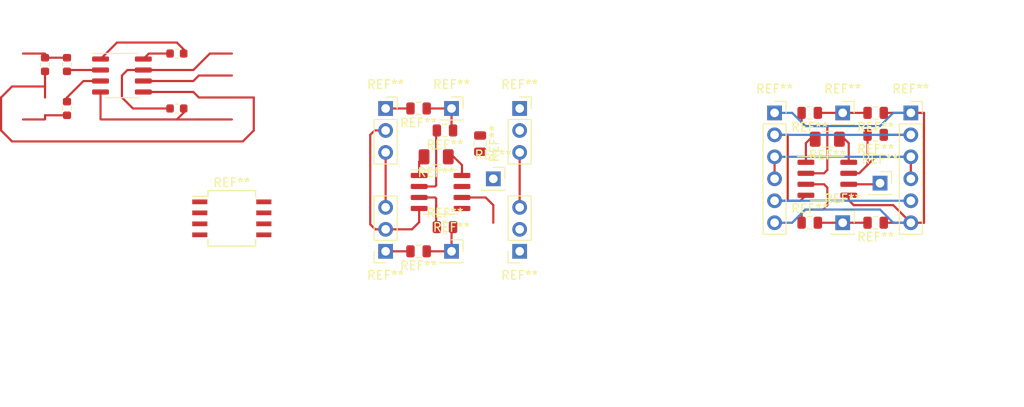
<source format=kicad_pcb>
(kicad_pcb (version 20171130) (host pcbnew 5.1.5+dfsg1-2build2)

  (general
    (thickness 1.6)
    (drawings 0)
    (tracks 157)
    (zones 0)
    (modules 34)
    (nets 1)
  )

  (page A4)
  (layers
    (0 F.Cu signal)
    (31 B.Cu signal)
    (33 F.Adhes user)
    (35 F.Paste user)
    (37 F.SilkS user)
    (38 B.Mask user)
    (39 F.Mask user)
    (40 Dwgs.User user)
    (41 Cmts.User user)
    (42 Eco1.User user)
    (43 Eco2.User user)
    (44 Edge.Cuts user)
    (45 Margin user)
    (46 B.CrtYd user)
    (47 F.CrtYd user)
    (49 F.Fab user)
  )

  (setup
    (last_trace_width 0.25)
    (trace_clearance 0.2)
    (zone_clearance 0.508)
    (zone_45_only no)
    (trace_min 0.2)
    (via_size 0.8)
    (via_drill 0.4)
    (via_min_size 0.4)
    (via_min_drill 0.3)
    (uvia_size 0.3)
    (uvia_drill 0.1)
    (uvias_allowed no)
    (uvia_min_size 0.2)
    (uvia_min_drill 0.1)
    (edge_width 0.1)
    (segment_width 0.2)
    (pcb_text_width 0.3)
    (pcb_text_size 1.5 1.5)
    (mod_edge_width 0.15)
    (mod_text_size 1 1)
    (mod_text_width 0.15)
    (pad_size 1.524 1.524)
    (pad_drill 0.762)
    (pad_to_mask_clearance 0)
    (aux_axis_origin 0 0)
    (visible_elements FFFFEF7F)
    (pcbplotparams
      (layerselection 0x010fc_ffffffff)
      (usegerberextensions false)
      (usegerberattributes false)
      (usegerberadvancedattributes false)
      (creategerberjobfile false)
      (excludeedgelayer true)
      (linewidth 0.100000)
      (plotframeref false)
      (viasonmask false)
      (mode 1)
      (useauxorigin false)
      (hpglpennumber 1)
      (hpglpenspeed 20)
      (hpglpendiameter 15.000000)
      (psnegative false)
      (psa4output false)
      (plotreference true)
      (plotvalue true)
      (plotinvisibletext false)
      (padsonsilk false)
      (subtractmaskfromsilk false)
      (outputformat 5)
      (mirror false)
      (drillshape 0)
      (scaleselection 1)
      (outputdirectory ""))
  )

  (net 0 "")

  (net_class Default "This is the default net class."
    (clearance 0.2)
    (trace_width 0.25)
    (via_dia 0.8)
    (via_drill 0.4)
    (uvia_dia 0.3)
    (uvia_drill 0.1)
  )

  (module Connector_PinSocket_2.54mm:PinSocket_1x01_P2.54mm_Vertical (layer F.Cu) (tedit 5A19A434) (tstamp 608D41A2)
    (at 121.92 36.576)
    (descr "Through hole straight socket strip, 1x01, 2.54mm pitch, single row (from Kicad 4.0.7), script generated")
    (tags "Through hole socket strip THT 1x01 2.54mm single row")
    (fp_text reference REF** (at 0 -2.77) (layer F.SilkS)
      (effects (font (size 1 1) (thickness 0.15)))
    )
    (fp_text value PinSocket_1x01_P2.54mm_Vertical (at 0 2.77) (layer F.Fab)
      (effects (font (size 1 1) (thickness 0.15)))
    )
    (fp_line (start -1.27 -1.27) (end 0.635 -1.27) (layer F.Fab) (width 0.1))
    (fp_line (start 0.635 -1.27) (end 1.27 -0.635) (layer F.Fab) (width 0.1))
    (fp_line (start 1.27 -0.635) (end 1.27 1.27) (layer F.Fab) (width 0.1))
    (fp_line (start 1.27 1.27) (end -1.27 1.27) (layer F.Fab) (width 0.1))
    (fp_line (start -1.27 1.27) (end -1.27 -1.27) (layer F.Fab) (width 0.1))
    (fp_line (start -1.33 1.33) (end 1.33 1.33) (layer F.SilkS) (width 0.12))
    (fp_line (start -1.33 1.21) (end -1.33 1.33) (layer F.SilkS) (width 0.12))
    (fp_line (start 1.33 1.21) (end 1.33 1.33) (layer F.SilkS) (width 0.12))
    (fp_line (start 1.33 -1.33) (end 1.33 0) (layer F.SilkS) (width 0.12))
    (fp_line (start 0 -1.33) (end 1.33 -1.33) (layer F.SilkS) (width 0.12))
    (fp_line (start -1.8 -1.8) (end 1.75 -1.8) (layer F.CrtYd) (width 0.05))
    (fp_line (start 1.75 -1.8) (end 1.75 1.75) (layer F.CrtYd) (width 0.05))
    (fp_line (start 1.75 1.75) (end -1.8 1.75) (layer F.CrtYd) (width 0.05))
    (fp_line (start -1.8 1.75) (end -1.8 -1.8) (layer F.CrtYd) (width 0.05))
    (fp_text user %R (at 0 0) (layer F.Fab)
      (effects (font (size 1 1) (thickness 0.15)))
    )
    (pad 1 thru_hole rect (at 0 0) (size 1.7 1.7) (drill 1) (layers *.Cu *.Mask))
    (model ${KISYS3DMOD}/Connector_PinSocket_2.54mm.3dshapes/PinSocket_1x01_P2.54mm_Vertical.wrl
      (at (xyz 0 0 0))
      (scale (xyz 1 1 1))
      (rotate (xyz 0 0 0))
    )
  )

  (module Connector_PinSocket_2.54mm:PinSocket_1x06_P2.54mm_Vertical (layer F.Cu) (tedit 5A19A430) (tstamp 608D2484)
    (at 109.728 28.448)
    (descr "Through hole straight socket strip, 1x06, 2.54mm pitch, single row (from Kicad 4.0.7), script generated")
    (tags "Through hole socket strip THT 1x06 2.54mm single row")
    (fp_text reference REF** (at 0 -2.77) (layer F.SilkS)
      (effects (font (size 1 1) (thickness 0.15)))
    )
    (fp_text value PinSocket_1x06_P2.54mm_Vertical (at 0 15.47) (layer F.Fab)
      (effects (font (size 1 1) (thickness 0.15)))
    )
    (fp_line (start -1.27 -1.27) (end 0.635 -1.27) (layer F.Fab) (width 0.1))
    (fp_line (start 0.635 -1.27) (end 1.27 -0.635) (layer F.Fab) (width 0.1))
    (fp_line (start 1.27 -0.635) (end 1.27 13.97) (layer F.Fab) (width 0.1))
    (fp_line (start 1.27 13.97) (end -1.27 13.97) (layer F.Fab) (width 0.1))
    (fp_line (start -1.27 13.97) (end -1.27 -1.27) (layer F.Fab) (width 0.1))
    (fp_line (start -1.33 1.27) (end 1.33 1.27) (layer F.SilkS) (width 0.12))
    (fp_line (start -1.33 1.27) (end -1.33 14.03) (layer F.SilkS) (width 0.12))
    (fp_line (start -1.33 14.03) (end 1.33 14.03) (layer F.SilkS) (width 0.12))
    (fp_line (start 1.33 1.27) (end 1.33 14.03) (layer F.SilkS) (width 0.12))
    (fp_line (start 1.33 -1.33) (end 1.33 0) (layer F.SilkS) (width 0.12))
    (fp_line (start 0 -1.33) (end 1.33 -1.33) (layer F.SilkS) (width 0.12))
    (fp_line (start -1.8 -1.8) (end 1.75 -1.8) (layer F.CrtYd) (width 0.05))
    (fp_line (start 1.75 -1.8) (end 1.75 14.45) (layer F.CrtYd) (width 0.05))
    (fp_line (start 1.75 14.45) (end -1.8 14.45) (layer F.CrtYd) (width 0.05))
    (fp_line (start -1.8 14.45) (end -1.8 -1.8) (layer F.CrtYd) (width 0.05))
    (fp_text user %R (at 0 6.35 90) (layer F.Fab)
      (effects (font (size 1 1) (thickness 0.15)))
    )
    (pad 1 thru_hole rect (at 0 0) (size 1.7 1.7) (drill 1) (layers *.Cu *.Mask))
    (pad 2 thru_hole oval (at 0 2.54) (size 1.7 1.7) (drill 1) (layers *.Cu *.Mask))
    (pad 3 thru_hole oval (at 0 5.08) (size 1.7 1.7) (drill 1) (layers *.Cu *.Mask))
    (pad 4 thru_hole oval (at 0 7.62) (size 1.7 1.7) (drill 1) (layers *.Cu *.Mask))
    (pad 5 thru_hole oval (at 0 10.16) (size 1.7 1.7) (drill 1) (layers *.Cu *.Mask))
    (pad 6 thru_hole oval (at 0 12.7) (size 1.7 1.7) (drill 1) (layers *.Cu *.Mask))
    (model ${KISYS3DMOD}/Connector_PinSocket_2.54mm.3dshapes/PinSocket_1x06_P2.54mm_Vertical.wrl
      (at (xyz 0 0 0))
      (scale (xyz 1 1 1))
      (rotate (xyz 0 0 0))
    )
  )

  (module Connector_PinSocket_2.54mm:PinSocket_1x06_P2.54mm_Vertical (layer F.Cu) (tedit 5A19A430) (tstamp 608D2022)
    (at 125.476 28.448)
    (descr "Through hole straight socket strip, 1x06, 2.54mm pitch, single row (from Kicad 4.0.7), script generated")
    (tags "Through hole socket strip THT 1x06 2.54mm single row")
    (fp_text reference REF** (at 0 -2.77) (layer F.SilkS)
      (effects (font (size 1 1) (thickness 0.15)))
    )
    (fp_text value PinSocket_1x06_P2.54mm_Vertical (at 0 15.47) (layer F.Fab)
      (effects (font (size 1 1) (thickness 0.15)))
    )
    (fp_text user %R (at 0 6.35 90) (layer F.Fab)
      (effects (font (size 1 1) (thickness 0.15)))
    )
    (fp_line (start -1.8 14.45) (end -1.8 -1.8) (layer F.CrtYd) (width 0.05))
    (fp_line (start 1.75 14.45) (end -1.8 14.45) (layer F.CrtYd) (width 0.05))
    (fp_line (start 1.75 -1.8) (end 1.75 14.45) (layer F.CrtYd) (width 0.05))
    (fp_line (start -1.8 -1.8) (end 1.75 -1.8) (layer F.CrtYd) (width 0.05))
    (fp_line (start 0 -1.33) (end 1.33 -1.33) (layer F.SilkS) (width 0.12))
    (fp_line (start 1.33 -1.33) (end 1.33 0) (layer F.SilkS) (width 0.12))
    (fp_line (start 1.33 1.27) (end 1.33 14.03) (layer F.SilkS) (width 0.12))
    (fp_line (start -1.33 14.03) (end 1.33 14.03) (layer F.SilkS) (width 0.12))
    (fp_line (start -1.33 1.27) (end -1.33 14.03) (layer F.SilkS) (width 0.12))
    (fp_line (start -1.33 1.27) (end 1.33 1.27) (layer F.SilkS) (width 0.12))
    (fp_line (start -1.27 13.97) (end -1.27 -1.27) (layer F.Fab) (width 0.1))
    (fp_line (start 1.27 13.97) (end -1.27 13.97) (layer F.Fab) (width 0.1))
    (fp_line (start 1.27 -0.635) (end 1.27 13.97) (layer F.Fab) (width 0.1))
    (fp_line (start 0.635 -1.27) (end 1.27 -0.635) (layer F.Fab) (width 0.1))
    (fp_line (start -1.27 -1.27) (end 0.635 -1.27) (layer F.Fab) (width 0.1))
    (pad 6 thru_hole oval (at 0 12.7) (size 1.7 1.7) (drill 1) (layers *.Cu *.Mask))
    (pad 5 thru_hole oval (at 0 10.16) (size 1.7 1.7) (drill 1) (layers *.Cu *.Mask))
    (pad 4 thru_hole oval (at 0 7.62) (size 1.7 1.7) (drill 1) (layers *.Cu *.Mask))
    (pad 3 thru_hole oval (at 0 5.08) (size 1.7 1.7) (drill 1) (layers *.Cu *.Mask))
    (pad 2 thru_hole oval (at 0 2.54) (size 1.7 1.7) (drill 1) (layers *.Cu *.Mask))
    (pad 1 thru_hole rect (at 0 0) (size 1.7 1.7) (drill 1) (layers *.Cu *.Mask))
    (model ${KISYS3DMOD}/Connector_PinSocket_2.54mm.3dshapes/PinSocket_1x06_P2.54mm_Vertical.wrl
      (at (xyz 0 0 0))
      (scale (xyz 1 1 1))
      (rotate (xyz 0 0 0))
    )
  )

  (module Resistor_SMD:R_1206_3216Metric (layer F.Cu) (tedit 5B301BBD) (tstamp 608D1927)
    (at 115.824 31.496 180)
    (descr "Resistor SMD 1206 (3216 Metric), square (rectangular) end terminal, IPC_7351 nominal, (Body size source: http://www.tortai-tech.com/upload/download/2011102023233369053.pdf), generated with kicad-footprint-generator")
    (tags resistor)
    (attr smd)
    (fp_text reference REF** (at 0 -1.82) (layer F.SilkS)
      (effects (font (size 1 1) (thickness 0.15)))
    )
    (fp_text value R_1206_3216Metric (at 0 1.82) (layer F.Fab)
      (effects (font (size 1 1) (thickness 0.15)))
    )
    (fp_line (start -1.6 0.8) (end -1.6 -0.8) (layer F.Fab) (width 0.1))
    (fp_line (start -1.6 -0.8) (end 1.6 -0.8) (layer F.Fab) (width 0.1))
    (fp_line (start 1.6 -0.8) (end 1.6 0.8) (layer F.Fab) (width 0.1))
    (fp_line (start 1.6 0.8) (end -1.6 0.8) (layer F.Fab) (width 0.1))
    (fp_line (start -0.602064 -0.91) (end 0.602064 -0.91) (layer F.SilkS) (width 0.12))
    (fp_line (start -0.602064 0.91) (end 0.602064 0.91) (layer F.SilkS) (width 0.12))
    (fp_line (start -2.28 1.12) (end -2.28 -1.12) (layer F.CrtYd) (width 0.05))
    (fp_line (start -2.28 -1.12) (end 2.28 -1.12) (layer F.CrtYd) (width 0.05))
    (fp_line (start 2.28 -1.12) (end 2.28 1.12) (layer F.CrtYd) (width 0.05))
    (fp_line (start 2.28 1.12) (end -2.28 1.12) (layer F.CrtYd) (width 0.05))
    (fp_text user %R (at 0 0) (layer F.Fab)
      (effects (font (size 0.8 0.8) (thickness 0.12)))
    )
    (pad 1 smd roundrect (at -1.4 0 180) (size 1.25 1.75) (layers F.Cu F.Paste F.Mask) (roundrect_rratio 0.2))
    (pad 2 smd roundrect (at 1.4 0 180) (size 1.25 1.75) (layers F.Cu F.Paste F.Mask) (roundrect_rratio 0.2))
    (model ${KISYS3DMOD}/Resistor_SMD.3dshapes/R_1206_3216Metric.wrl
      (at (xyz 0 0 0))
      (scale (xyz 1 1 1))
      (rotate (xyz 0 0 0))
    )
  )

  (module Package_SO:SOIC-8_3.9x4.9mm_P1.27mm (layer F.Cu) (tedit 5D9F72B1) (tstamp 608D181A)
    (at 115.824 36.068)
    (descr "SOIC, 8 Pin (JEDEC MS-012AA, https://www.analog.com/media/en/package-pcb-resources/package/pkg_pdf/soic_narrow-r/r_8.pdf), generated with kicad-footprint-generator ipc_gullwing_generator.py")
    (tags "SOIC SO")
    (attr smd)
    (fp_text reference REF** (at 0 -3.4) (layer F.SilkS) hide
      (effects (font (size 1 1) (thickness 0.15)))
    )
    (fp_text value SOIC-8_3.9x4.9mm_P1.27mm (at 0 3.4) (layer F.Fab)
      (effects (font (size 1 1) (thickness 0.15)))
    )
    (fp_line (start 0 2.56) (end 1.95 2.56) (layer F.SilkS) (width 0.12))
    (fp_line (start 0 2.56) (end -1.95 2.56) (layer F.SilkS) (width 0.12))
    (fp_line (start 0 -2.56) (end 1.95 -2.56) (layer F.SilkS) (width 0.12))
    (fp_line (start 0 -2.56) (end -3.45 -2.56) (layer F.SilkS) (width 0.12))
    (fp_line (start -0.975 -2.45) (end 1.95 -2.45) (layer F.Fab) (width 0.1))
    (fp_line (start 1.95 -2.45) (end 1.95 2.45) (layer F.Fab) (width 0.1))
    (fp_line (start 1.95 2.45) (end -1.95 2.45) (layer F.Fab) (width 0.1))
    (fp_line (start -1.95 2.45) (end -1.95 -1.475) (layer F.Fab) (width 0.1))
    (fp_line (start -1.95 -1.475) (end -0.975 -2.45) (layer F.Fab) (width 0.1))
    (fp_line (start -3.7 -2.7) (end -3.7 2.7) (layer F.CrtYd) (width 0.05))
    (fp_line (start -3.7 2.7) (end 3.7 2.7) (layer F.CrtYd) (width 0.05))
    (fp_line (start 3.7 2.7) (end 3.7 -2.7) (layer F.CrtYd) (width 0.05))
    (fp_line (start 3.7 -2.7) (end -3.7 -2.7) (layer F.CrtYd) (width 0.05))
    (fp_text user %R (at 0 0) (layer F.Fab)
      (effects (font (size 0.98 0.98) (thickness 0.15)))
    )
    (pad 1 smd roundrect (at -2.475 -1.905) (size 1.95 0.6) (layers F.Cu F.Paste F.Mask) (roundrect_rratio 0.25))
    (pad 2 smd roundrect (at -2.475 -0.635) (size 1.95 0.6) (layers F.Cu F.Paste F.Mask) (roundrect_rratio 0.25))
    (pad 3 smd roundrect (at -2.475 0.635) (size 1.95 0.6) (layers F.Cu F.Paste F.Mask) (roundrect_rratio 0.25))
    (pad 4 smd roundrect (at -2.475 1.905) (size 1.95 0.6) (layers F.Cu F.Paste F.Mask) (roundrect_rratio 0.25))
    (pad 5 smd roundrect (at 2.475 1.905) (size 1.95 0.6) (layers F.Cu F.Paste F.Mask) (roundrect_rratio 0.25))
    (pad 6 smd roundrect (at 2.475 0.635) (size 1.95 0.6) (layers F.Cu F.Paste F.Mask) (roundrect_rratio 0.25))
    (pad 7 smd roundrect (at 2.475 -0.635) (size 1.95 0.6) (layers F.Cu F.Paste F.Mask) (roundrect_rratio 0.25))
    (pad 8 smd roundrect (at 2.475 -1.905) (size 1.95 0.6) (layers F.Cu F.Paste F.Mask) (roundrect_rratio 0.25))
    (model ${KISYS3DMOD}/Package_SO.3dshapes/SOIC-8_3.9x4.9mm_P1.27mm.wrl
      (at (xyz 0 0 0))
      (scale (xyz 1 1 1))
      (rotate (xyz 0 0 0))
    )
  )

  (module Capacitor_SMD:C_0805_2012Metric (layer F.Cu) (tedit 5B36C52B) (tstamp 608D18D2)
    (at 113.792 28.448 180)
    (descr "Capacitor SMD 0805 (2012 Metric), square (rectangular) end terminal, IPC_7351 nominal, (Body size source: https://docs.google.com/spreadsheets/d/1BsfQQcO9C6DZCsRaXUlFlo91Tg2WpOkGARC1WS5S8t0/edit?usp=sharing), generated with kicad-footprint-generator")
    (tags capacitor)
    (attr smd)
    (fp_text reference REF** (at 0 -1.65) (layer F.SilkS)
      (effects (font (size 1 1) (thickness 0.15)))
    )
    (fp_text value C_0805_2012Metric (at 0 1.65) (layer F.Fab)
      (effects (font (size 1 1) (thickness 0.15)))
    )
    (fp_text user %R (at 0 0) (layer F.Fab)
      (effects (font (size 0.5 0.5) (thickness 0.08)))
    )
    (fp_line (start 1.68 0.95) (end -1.68 0.95) (layer F.CrtYd) (width 0.05))
    (fp_line (start 1.68 -0.95) (end 1.68 0.95) (layer F.CrtYd) (width 0.05))
    (fp_line (start -1.68 -0.95) (end 1.68 -0.95) (layer F.CrtYd) (width 0.05))
    (fp_line (start -1.68 0.95) (end -1.68 -0.95) (layer F.CrtYd) (width 0.05))
    (fp_line (start -0.258578 0.71) (end 0.258578 0.71) (layer F.SilkS) (width 0.12))
    (fp_line (start -0.258578 -0.71) (end 0.258578 -0.71) (layer F.SilkS) (width 0.12))
    (fp_line (start 1 0.6) (end -1 0.6) (layer F.Fab) (width 0.1))
    (fp_line (start 1 -0.6) (end 1 0.6) (layer F.Fab) (width 0.1))
    (fp_line (start -1 -0.6) (end 1 -0.6) (layer F.Fab) (width 0.1))
    (fp_line (start -1 0.6) (end -1 -0.6) (layer F.Fab) (width 0.1))
    (pad 2 smd roundrect (at 0.9375 0 180) (size 0.975 1.4) (layers F.Cu F.Paste F.Mask) (roundrect_rratio 0.25))
    (pad 1 smd roundrect (at -0.9375 0 180) (size 0.975 1.4) (layers F.Cu F.Paste F.Mask) (roundrect_rratio 0.25))
    (model ${KISYS3DMOD}/Capacitor_SMD.3dshapes/C_0805_2012Metric.wrl
      (at (xyz 0 0 0))
      (scale (xyz 1 1 1))
      (rotate (xyz 0 0 0))
    )
  )

  (module Capacitor_SMD:C_0805_2012Metric (layer F.Cu) (tedit 5B36C52B) (tstamp 608D18FA)
    (at 113.792 41.148)
    (descr "Capacitor SMD 0805 (2012 Metric), square (rectangular) end terminal, IPC_7351 nominal, (Body size source: https://docs.google.com/spreadsheets/d/1BsfQQcO9C6DZCsRaXUlFlo91Tg2WpOkGARC1WS5S8t0/edit?usp=sharing), generated with kicad-footprint-generator")
    (tags capacitor)
    (attr smd)
    (fp_text reference REF** (at 0 -1.65) (layer F.SilkS)
      (effects (font (size 1 1) (thickness 0.15)))
    )
    (fp_text value C_0805_2012Metric (at 0 1.65) (layer F.Fab)
      (effects (font (size 1 1) (thickness 0.15)))
    )
    (fp_line (start -1 0.6) (end -1 -0.6) (layer F.Fab) (width 0.1))
    (fp_line (start -1 -0.6) (end 1 -0.6) (layer F.Fab) (width 0.1))
    (fp_line (start 1 -0.6) (end 1 0.6) (layer F.Fab) (width 0.1))
    (fp_line (start 1 0.6) (end -1 0.6) (layer F.Fab) (width 0.1))
    (fp_line (start -0.258578 -0.71) (end 0.258578 -0.71) (layer F.SilkS) (width 0.12))
    (fp_line (start -0.258578 0.71) (end 0.258578 0.71) (layer F.SilkS) (width 0.12))
    (fp_line (start -1.68 0.95) (end -1.68 -0.95) (layer F.CrtYd) (width 0.05))
    (fp_line (start -1.68 -0.95) (end 1.68 -0.95) (layer F.CrtYd) (width 0.05))
    (fp_line (start 1.68 -0.95) (end 1.68 0.95) (layer F.CrtYd) (width 0.05))
    (fp_line (start 1.68 0.95) (end -1.68 0.95) (layer F.CrtYd) (width 0.05))
    (fp_text user %R (at 0 0) (layer F.Fab)
      (effects (font (size 0.5 0.5) (thickness 0.08)))
    )
    (pad 1 smd roundrect (at -0.9375 0) (size 0.975 1.4) (layers F.Cu F.Paste F.Mask) (roundrect_rratio 0.25))
    (pad 2 smd roundrect (at 0.9375 0) (size 0.975 1.4) (layers F.Cu F.Paste F.Mask) (roundrect_rratio 0.25))
    (model ${KISYS3DMOD}/Capacitor_SMD.3dshapes/C_0805_2012Metric.wrl
      (at (xyz 0 0 0))
      (scale (xyz 1 1 1))
      (rotate (xyz 0 0 0))
    )
  )

  (module Resistor_SMD:R_0805_2012Metric (layer F.Cu) (tedit 5B36C52B) (tstamp 608D18EA)
    (at 121.412 41.148 180)
    (descr "Resistor SMD 0805 (2012 Metric), square (rectangular) end terminal, IPC_7351 nominal, (Body size source: https://docs.google.com/spreadsheets/d/1BsfQQcO9C6DZCsRaXUlFlo91Tg2WpOkGARC1WS5S8t0/edit?usp=sharing), generated with kicad-footprint-generator")
    (tags resistor)
    (attr smd)
    (fp_text reference REF** (at 0 -1.65) (layer F.SilkS)
      (effects (font (size 1 1) (thickness 0.15)))
    )
    (fp_text value R_0805_2012Metric (at 0 1.65) (layer F.Fab)
      (effects (font (size 1 1) (thickness 0.15)))
    )
    (fp_line (start -1 0.6) (end -1 -0.6) (layer F.Fab) (width 0.1))
    (fp_line (start -1 -0.6) (end 1 -0.6) (layer F.Fab) (width 0.1))
    (fp_line (start 1 -0.6) (end 1 0.6) (layer F.Fab) (width 0.1))
    (fp_line (start 1 0.6) (end -1 0.6) (layer F.Fab) (width 0.1))
    (fp_line (start -0.258578 -0.71) (end 0.258578 -0.71) (layer F.SilkS) (width 0.12))
    (fp_line (start -0.258578 0.71) (end 0.258578 0.71) (layer F.SilkS) (width 0.12))
    (fp_line (start -1.68 0.95) (end -1.68 -0.95) (layer F.CrtYd) (width 0.05))
    (fp_line (start -1.68 -0.95) (end 1.68 -0.95) (layer F.CrtYd) (width 0.05))
    (fp_line (start 1.68 -0.95) (end 1.68 0.95) (layer F.CrtYd) (width 0.05))
    (fp_line (start 1.68 0.95) (end -1.68 0.95) (layer F.CrtYd) (width 0.05))
    (fp_text user %R (at 0 0) (layer F.Fab)
      (effects (font (size 0.5 0.5) (thickness 0.08)))
    )
    (pad 1 smd roundrect (at -0.9375 0 180) (size 0.975 1.4) (layers F.Cu F.Paste F.Mask) (roundrect_rratio 0.25))
    (pad 2 smd roundrect (at 0.9375 0 180) (size 0.975 1.4) (layers F.Cu F.Paste F.Mask) (roundrect_rratio 0.25))
    (model ${KISYS3DMOD}/Resistor_SMD.3dshapes/R_0805_2012Metric.wrl
      (at (xyz 0 0 0))
      (scale (xyz 1 1 1))
      (rotate (xyz 0 0 0))
    )
  )

  (module Capacitor_SMD:C_0805_2012Metric (layer F.Cu) (tedit 5B36C52B) (tstamp 608D18A3)
    (at 121.412 30.988 180)
    (descr "Capacitor SMD 0805 (2012 Metric), square (rectangular) end terminal, IPC_7351 nominal, (Body size source: https://docs.google.com/spreadsheets/d/1BsfQQcO9C6DZCsRaXUlFlo91Tg2WpOkGARC1WS5S8t0/edit?usp=sharing), generated with kicad-footprint-generator")
    (tags capacitor)
    (attr smd)
    (fp_text reference REF** (at 0 -1.65) (layer F.SilkS)
      (effects (font (size 1 1) (thickness 0.15)))
    )
    (fp_text value C_0805_2012Metric (at 0 1.65) (layer F.Fab)
      (effects (font (size 1 1) (thickness 0.15)))
    )
    (fp_line (start -1 0.6) (end -1 -0.6) (layer F.Fab) (width 0.1))
    (fp_line (start -1 -0.6) (end 1 -0.6) (layer F.Fab) (width 0.1))
    (fp_line (start 1 -0.6) (end 1 0.6) (layer F.Fab) (width 0.1))
    (fp_line (start 1 0.6) (end -1 0.6) (layer F.Fab) (width 0.1))
    (fp_line (start -0.258578 -0.71) (end 0.258578 -0.71) (layer F.SilkS) (width 0.12))
    (fp_line (start -0.258578 0.71) (end 0.258578 0.71) (layer F.SilkS) (width 0.12))
    (fp_line (start -1.68 0.95) (end -1.68 -0.95) (layer F.CrtYd) (width 0.05))
    (fp_line (start -1.68 -0.95) (end 1.68 -0.95) (layer F.CrtYd) (width 0.05))
    (fp_line (start 1.68 -0.95) (end 1.68 0.95) (layer F.CrtYd) (width 0.05))
    (fp_line (start 1.68 0.95) (end -1.68 0.95) (layer F.CrtYd) (width 0.05))
    (fp_text user %R (at 0 0) (layer F.Fab)
      (effects (font (size 0.5 0.5) (thickness 0.08)))
    )
    (pad 1 smd roundrect (at -0.9375 0 180) (size 0.975 1.4) (layers F.Cu F.Paste F.Mask) (roundrect_rratio 0.25))
    (pad 2 smd roundrect (at 0.9375 0 180) (size 0.975 1.4) (layers F.Cu F.Paste F.Mask) (roundrect_rratio 0.25))
    (model ${KISYS3DMOD}/Capacitor_SMD.3dshapes/C_0805_2012Metric.wrl
      (at (xyz 0 0 0))
      (scale (xyz 1 1 1))
      (rotate (xyz 0 0 0))
    )
  )

  (module Resistor_SMD:R_0805_2012Metric (layer F.Cu) (tedit 5B36C52B) (tstamp 608D1862)
    (at 121.412 28.448 180)
    (descr "Resistor SMD 0805 (2012 Metric), square (rectangular) end terminal, IPC_7351 nominal, (Body size source: https://docs.google.com/spreadsheets/d/1BsfQQcO9C6DZCsRaXUlFlo91Tg2WpOkGARC1WS5S8t0/edit?usp=sharing), generated with kicad-footprint-generator")
    (tags resistor)
    (attr smd)
    (fp_text reference REF** (at 0 -1.65) (layer F.SilkS)
      (effects (font (size 1 1) (thickness 0.15)))
    )
    (fp_text value R_0805_2012Metric (at 0 1.65) (layer F.Fab)
      (effects (font (size 1 1) (thickness 0.15)))
    )
    (fp_text user %R (at 0 0) (layer F.Fab)
      (effects (font (size 0.5 0.5) (thickness 0.08)))
    )
    (fp_line (start 1.68 0.95) (end -1.68 0.95) (layer F.CrtYd) (width 0.05))
    (fp_line (start 1.68 -0.95) (end 1.68 0.95) (layer F.CrtYd) (width 0.05))
    (fp_line (start -1.68 -0.95) (end 1.68 -0.95) (layer F.CrtYd) (width 0.05))
    (fp_line (start -1.68 0.95) (end -1.68 -0.95) (layer F.CrtYd) (width 0.05))
    (fp_line (start -0.258578 0.71) (end 0.258578 0.71) (layer F.SilkS) (width 0.12))
    (fp_line (start -0.258578 -0.71) (end 0.258578 -0.71) (layer F.SilkS) (width 0.12))
    (fp_line (start 1 0.6) (end -1 0.6) (layer F.Fab) (width 0.1))
    (fp_line (start 1 -0.6) (end 1 0.6) (layer F.Fab) (width 0.1))
    (fp_line (start -1 -0.6) (end 1 -0.6) (layer F.Fab) (width 0.1))
    (fp_line (start -1 0.6) (end -1 -0.6) (layer F.Fab) (width 0.1))
    (pad 2 smd roundrect (at 0.9375 0 180) (size 0.975 1.4) (layers F.Cu F.Paste F.Mask) (roundrect_rratio 0.25))
    (pad 1 smd roundrect (at -0.9375 0 180) (size 0.975 1.4) (layers F.Cu F.Paste F.Mask) (roundrect_rratio 0.25))
    (model ${KISYS3DMOD}/Resistor_SMD.3dshapes/R_0805_2012Metric.wrl
      (at (xyz 0 0 0))
      (scale (xyz 1 1 1))
      (rotate (xyz 0 0 0))
    )
  )

  (module Connector_PinSocket_2.54mm:PinSocket_1x01_P2.54mm_Vertical (layer F.Cu) (tedit 5A19A434) (tstamp 608D1849)
    (at 117.602 41.148)
    (descr "Through hole straight socket strip, 1x01, 2.54mm pitch, single row (from Kicad 4.0.7), script generated")
    (tags "Through hole socket strip THT 1x01 2.54mm single row")
    (fp_text reference REF** (at 0 -2.77) (layer F.SilkS)
      (effects (font (size 1 1) (thickness 0.15)))
    )
    (fp_text value PinSocket_1x01_P2.54mm_Vertical (at 0 2.77) (layer F.Fab)
      (effects (font (size 1 1) (thickness 0.15)))
    )
    (fp_text user %R (at 0 0) (layer F.Fab)
      (effects (font (size 1 1) (thickness 0.15)))
    )
    (fp_line (start -1.8 1.75) (end -1.8 -1.8) (layer F.CrtYd) (width 0.05))
    (fp_line (start 1.75 1.75) (end -1.8 1.75) (layer F.CrtYd) (width 0.05))
    (fp_line (start 1.75 -1.8) (end 1.75 1.75) (layer F.CrtYd) (width 0.05))
    (fp_line (start -1.8 -1.8) (end 1.75 -1.8) (layer F.CrtYd) (width 0.05))
    (fp_line (start 0 -1.33) (end 1.33 -1.33) (layer F.SilkS) (width 0.12))
    (fp_line (start 1.33 -1.33) (end 1.33 0) (layer F.SilkS) (width 0.12))
    (fp_line (start 1.33 1.21) (end 1.33 1.33) (layer F.SilkS) (width 0.12))
    (fp_line (start -1.33 1.21) (end -1.33 1.33) (layer F.SilkS) (width 0.12))
    (fp_line (start -1.33 1.33) (end 1.33 1.33) (layer F.SilkS) (width 0.12))
    (fp_line (start -1.27 1.27) (end -1.27 -1.27) (layer F.Fab) (width 0.1))
    (fp_line (start 1.27 1.27) (end -1.27 1.27) (layer F.Fab) (width 0.1))
    (fp_line (start 1.27 -0.635) (end 1.27 1.27) (layer F.Fab) (width 0.1))
    (fp_line (start 0.635 -1.27) (end 1.27 -0.635) (layer F.Fab) (width 0.1))
    (fp_line (start -1.27 -1.27) (end 0.635 -1.27) (layer F.Fab) (width 0.1))
    (pad 1 thru_hole rect (at 0 0) (size 1.7 1.7) (drill 1) (layers *.Cu *.Mask))
    (model ${KISYS3DMOD}/Connector_PinSocket_2.54mm.3dshapes/PinSocket_1x01_P2.54mm_Vertical.wrl
      (at (xyz 0 0 0))
      (scale (xyz 1 1 1))
      (rotate (xyz 0 0 0))
    )
  )

  (module Connector_PinSocket_2.54mm:PinSocket_1x01_P2.54mm_Vertical (layer F.Cu) (tedit 5A19A434) (tstamp 608D1836)
    (at 117.602 28.448)
    (descr "Through hole straight socket strip, 1x01, 2.54mm pitch, single row (from Kicad 4.0.7), script generated")
    (tags "Through hole socket strip THT 1x01 2.54mm single row")
    (fp_text reference REF** (at 0 -2.77) (layer F.SilkS)
      (effects (font (size 1 1) (thickness 0.15)))
    )
    (fp_text value PinSocket_1x01_P2.54mm_Vertical (at 0 2.77) (layer F.Fab)
      (effects (font (size 1 1) (thickness 0.15)))
    )
    (fp_line (start -1.27 -1.27) (end 0.635 -1.27) (layer F.Fab) (width 0.1))
    (fp_line (start 0.635 -1.27) (end 1.27 -0.635) (layer F.Fab) (width 0.1))
    (fp_line (start 1.27 -0.635) (end 1.27 1.27) (layer F.Fab) (width 0.1))
    (fp_line (start 1.27 1.27) (end -1.27 1.27) (layer F.Fab) (width 0.1))
    (fp_line (start -1.27 1.27) (end -1.27 -1.27) (layer F.Fab) (width 0.1))
    (fp_line (start -1.33 1.33) (end 1.33 1.33) (layer F.SilkS) (width 0.12))
    (fp_line (start -1.33 1.21) (end -1.33 1.33) (layer F.SilkS) (width 0.12))
    (fp_line (start 1.33 1.21) (end 1.33 1.33) (layer F.SilkS) (width 0.12))
    (fp_line (start 1.33 -1.33) (end 1.33 0) (layer F.SilkS) (width 0.12))
    (fp_line (start 0 -1.33) (end 1.33 -1.33) (layer F.SilkS) (width 0.12))
    (fp_line (start -1.8 -1.8) (end 1.75 -1.8) (layer F.CrtYd) (width 0.05))
    (fp_line (start 1.75 -1.8) (end 1.75 1.75) (layer F.CrtYd) (width 0.05))
    (fp_line (start 1.75 1.75) (end -1.8 1.75) (layer F.CrtYd) (width 0.05))
    (fp_line (start -1.8 1.75) (end -1.8 -1.8) (layer F.CrtYd) (width 0.05))
    (fp_text user %R (at 0 0) (layer F.Fab)
      (effects (font (size 1 1) (thickness 0.15)))
    )
    (pad 1 thru_hole rect (at 0 0) (size 1.7 1.7) (drill 1) (layers *.Cu *.Mask))
    (model ${KISYS3DMOD}/Connector_PinSocket_2.54mm.3dshapes/PinSocket_1x01_P2.54mm_Vertical.wrl
      (at (xyz 0 0 0))
      (scale (xyz 1 1 1))
      (rotate (xyz 0 0 0))
    )
  )

  (module Connector_PinSocket_2.54mm:PinSocket_1x01_P2.54mm_Vertical (layer F.Cu) (tedit 5A19A434) (tstamp 608D160E)
    (at 77.216 36.068)
    (descr "Through hole straight socket strip, 1x01, 2.54mm pitch, single row (from Kicad 4.0.7), script generated")
    (tags "Through hole socket strip THT 1x01 2.54mm single row")
    (fp_text reference REF** (at 0 -2.77) (layer F.SilkS)
      (effects (font (size 1 1) (thickness 0.15)))
    )
    (fp_text value PinSocket_1x01_P2.54mm_Vertical (at 0 2.77) (layer F.Fab)
      (effects (font (size 1 1) (thickness 0.15)))
    )
    (fp_text user %R (at 0 0) (layer F.Fab)
      (effects (font (size 1 1) (thickness 0.15)))
    )
    (fp_line (start -1.8 1.75) (end -1.8 -1.8) (layer F.CrtYd) (width 0.05))
    (fp_line (start 1.75 1.75) (end -1.8 1.75) (layer F.CrtYd) (width 0.05))
    (fp_line (start 1.75 -1.8) (end 1.75 1.75) (layer F.CrtYd) (width 0.05))
    (fp_line (start -1.8 -1.8) (end 1.75 -1.8) (layer F.CrtYd) (width 0.05))
    (fp_line (start 0 -1.33) (end 1.33 -1.33) (layer F.SilkS) (width 0.12))
    (fp_line (start 1.33 -1.33) (end 1.33 0) (layer F.SilkS) (width 0.12))
    (fp_line (start 1.33 1.21) (end 1.33 1.33) (layer F.SilkS) (width 0.12))
    (fp_line (start -1.33 1.21) (end -1.33 1.33) (layer F.SilkS) (width 0.12))
    (fp_line (start -1.33 1.33) (end 1.33 1.33) (layer F.SilkS) (width 0.12))
    (fp_line (start -1.27 1.27) (end -1.27 -1.27) (layer F.Fab) (width 0.1))
    (fp_line (start 1.27 1.27) (end -1.27 1.27) (layer F.Fab) (width 0.1))
    (fp_line (start 1.27 -0.635) (end 1.27 1.27) (layer F.Fab) (width 0.1))
    (fp_line (start 0.635 -1.27) (end 1.27 -0.635) (layer F.Fab) (width 0.1))
    (fp_line (start -1.27 -1.27) (end 0.635 -1.27) (layer F.Fab) (width 0.1))
    (pad 1 thru_hole rect (at 0 0) (size 1.7 1.7) (drill 1) (layers *.Cu *.Mask))
    (model ${KISYS3DMOD}/Connector_PinSocket_2.54mm.3dshapes/PinSocket_1x01_P2.54mm_Vertical.wrl
      (at (xyz 0 0 0))
      (scale (xyz 1 1 1))
      (rotate (xyz 0 0 0))
    )
  )

  (module Capacitor_SMD:C_0805_2012Metric (layer F.Cu) (tedit 5B36C52B) (tstamp 608D135D)
    (at 75.692 32.004 270)
    (descr "Capacitor SMD 0805 (2012 Metric), square (rectangular) end terminal, IPC_7351 nominal, (Body size source: https://docs.google.com/spreadsheets/d/1BsfQQcO9C6DZCsRaXUlFlo91Tg2WpOkGARC1WS5S8t0/edit?usp=sharing), generated with kicad-footprint-generator")
    (tags capacitor)
    (attr smd)
    (fp_text reference REF** (at 0 -1.65 90) (layer F.SilkS)
      (effects (font (size 1 1) (thickness 0.15)))
    )
    (fp_text value C_0805_2012Metric (at 0 1.65 90) (layer F.Fab)
      (effects (font (size 1 1) (thickness 0.15)))
    )
    (fp_text user %R (at 0 0 90) (layer F.Fab)
      (effects (font (size 0.5 0.5) (thickness 0.08)))
    )
    (fp_line (start 1.68 0.95) (end -1.68 0.95) (layer F.CrtYd) (width 0.05))
    (fp_line (start 1.68 -0.95) (end 1.68 0.95) (layer F.CrtYd) (width 0.05))
    (fp_line (start -1.68 -0.95) (end 1.68 -0.95) (layer F.CrtYd) (width 0.05))
    (fp_line (start -1.68 0.95) (end -1.68 -0.95) (layer F.CrtYd) (width 0.05))
    (fp_line (start -0.258578 0.71) (end 0.258578 0.71) (layer F.SilkS) (width 0.12))
    (fp_line (start -0.258578 -0.71) (end 0.258578 -0.71) (layer F.SilkS) (width 0.12))
    (fp_line (start 1 0.6) (end -1 0.6) (layer F.Fab) (width 0.1))
    (fp_line (start 1 -0.6) (end 1 0.6) (layer F.Fab) (width 0.1))
    (fp_line (start -1 -0.6) (end 1 -0.6) (layer F.Fab) (width 0.1))
    (fp_line (start -1 0.6) (end -1 -0.6) (layer F.Fab) (width 0.1))
    (pad 2 smd roundrect (at 0.9375 0 270) (size 0.975 1.4) (layers F.Cu F.Paste F.Mask) (roundrect_rratio 0.25))
    (pad 1 smd roundrect (at -0.9375 0 270) (size 0.975 1.4) (layers F.Cu F.Paste F.Mask) (roundrect_rratio 0.25))
    (model ${KISYS3DMOD}/Capacitor_SMD.3dshapes/C_0805_2012Metric.wrl
      (at (xyz 0 0 0))
      (scale (xyz 1 1 1))
      (rotate (xyz 0 0 0))
    )
  )

  (module Capacitor_SMD:C_0805_2012Metric (layer F.Cu) (tedit 5B36C52B) (tstamp 608CE086)
    (at 71.628 30.48 180)
    (descr "Capacitor SMD 0805 (2012 Metric), square (rectangular) end terminal, IPC_7351 nominal, (Body size source: https://docs.google.com/spreadsheets/d/1BsfQQcO9C6DZCsRaXUlFlo91Tg2WpOkGARC1WS5S8t0/edit?usp=sharing), generated with kicad-footprint-generator")
    (tags capacitor)
    (attr smd)
    (fp_text reference REF** (at 0 -1.65) (layer F.SilkS)
      (effects (font (size 1 1) (thickness 0.15)))
    )
    (fp_text value C_0805_2012Metric (at 0 1.65) (layer F.Fab)
      (effects (font (size 1 1) (thickness 0.15)))
    )
    (fp_line (start -1 0.6) (end -1 -0.6) (layer F.Fab) (width 0.1))
    (fp_line (start -1 -0.6) (end 1 -0.6) (layer F.Fab) (width 0.1))
    (fp_line (start 1 -0.6) (end 1 0.6) (layer F.Fab) (width 0.1))
    (fp_line (start 1 0.6) (end -1 0.6) (layer F.Fab) (width 0.1))
    (fp_line (start -0.258578 -0.71) (end 0.258578 -0.71) (layer F.SilkS) (width 0.12))
    (fp_line (start -0.258578 0.71) (end 0.258578 0.71) (layer F.SilkS) (width 0.12))
    (fp_line (start -1.68 0.95) (end -1.68 -0.95) (layer F.CrtYd) (width 0.05))
    (fp_line (start -1.68 -0.95) (end 1.68 -0.95) (layer F.CrtYd) (width 0.05))
    (fp_line (start 1.68 -0.95) (end 1.68 0.95) (layer F.CrtYd) (width 0.05))
    (fp_line (start 1.68 0.95) (end -1.68 0.95) (layer F.CrtYd) (width 0.05))
    (fp_text user %R (at 0 0) (layer F.Fab)
      (effects (font (size 0.5 0.5) (thickness 0.08)))
    )
    (pad 1 smd roundrect (at -0.9375 0 180) (size 0.975 1.4) (layers F.Cu F.Paste F.Mask) (roundrect_rratio 0.25))
    (pad 2 smd roundrect (at 0.9375 0 180) (size 0.975 1.4) (layers F.Cu F.Paste F.Mask) (roundrect_rratio 0.25))
    (model ${KISYS3DMOD}/Capacitor_SMD.3dshapes/C_0805_2012Metric.wrl
      (at (xyz 0 0 0))
      (scale (xyz 1 1 1))
      (rotate (xyz 0 0 0))
    )
  )

  (module Connector_PinSocket_2.54mm:PinSocket_1x01_P2.54mm_Vertical (layer F.Cu) (tedit 5A19A434) (tstamp 608C030C)
    (at 72.39 27.94)
    (descr "Through hole straight socket strip, 1x01, 2.54mm pitch, single row (from Kicad 4.0.7), script generated")
    (tags "Through hole socket strip THT 1x01 2.54mm single row")
    (fp_text reference REF** (at 0 -2.77) (layer F.SilkS)
      (effects (font (size 1 1) (thickness 0.15)))
    )
    (fp_text value PinSocket_1x01_P2.54mm_Vertical (at 0 2.77) (layer F.Fab)
      (effects (font (size 1 1) (thickness 0.15)))
    )
    (fp_text user %R (at 0 0) (layer F.Fab)
      (effects (font (size 1 1) (thickness 0.15)))
    )
    (fp_line (start -1.8 1.75) (end -1.8 -1.8) (layer F.CrtYd) (width 0.05))
    (fp_line (start 1.75 1.75) (end -1.8 1.75) (layer F.CrtYd) (width 0.05))
    (fp_line (start 1.75 -1.8) (end 1.75 1.75) (layer F.CrtYd) (width 0.05))
    (fp_line (start -1.8 -1.8) (end 1.75 -1.8) (layer F.CrtYd) (width 0.05))
    (fp_line (start 0 -1.33) (end 1.33 -1.33) (layer F.SilkS) (width 0.12))
    (fp_line (start 1.33 -1.33) (end 1.33 0) (layer F.SilkS) (width 0.12))
    (fp_line (start 1.33 1.21) (end 1.33 1.33) (layer F.SilkS) (width 0.12))
    (fp_line (start -1.33 1.21) (end -1.33 1.33) (layer F.SilkS) (width 0.12))
    (fp_line (start -1.33 1.33) (end 1.33 1.33) (layer F.SilkS) (width 0.12))
    (fp_line (start -1.27 1.27) (end -1.27 -1.27) (layer F.Fab) (width 0.1))
    (fp_line (start 1.27 1.27) (end -1.27 1.27) (layer F.Fab) (width 0.1))
    (fp_line (start 1.27 -0.635) (end 1.27 1.27) (layer F.Fab) (width 0.1))
    (fp_line (start 0.635 -1.27) (end 1.27 -0.635) (layer F.Fab) (width 0.1))
    (fp_line (start -1.27 -1.27) (end 0.635 -1.27) (layer F.Fab) (width 0.1))
    (pad 1 thru_hole rect (at 0 0) (size 1.7 1.7) (drill 1) (layers *.Cu *.Mask))
    (model ${KISYS3DMOD}/Connector_PinSocket_2.54mm.3dshapes/PinSocket_1x01_P2.54mm_Vertical.wrl
      (at (xyz 0 0 0))
      (scale (xyz 1 1 1))
      (rotate (xyz 0 0 0))
    )
  )

  (module Connector_PinSocket_2.54mm:PinSocket_1x01_P2.54mm_Vertical (layer F.Cu) (tedit 5A19A434) (tstamp 608C0386)
    (at 72.39 44.45)
    (descr "Through hole straight socket strip, 1x01, 2.54mm pitch, single row (from Kicad 4.0.7), script generated")
    (tags "Through hole socket strip THT 1x01 2.54mm single row")
    (fp_text reference REF** (at 0 -2.77) (layer F.SilkS)
      (effects (font (size 1 1) (thickness 0.15)))
    )
    (fp_text value PinSocket_1x01_P2.54mm_Vertical (at 0 2.77) (layer F.Fab)
      (effects (font (size 1 1) (thickness 0.15)))
    )
    (fp_line (start -1.27 -1.27) (end 0.635 -1.27) (layer F.Fab) (width 0.1))
    (fp_line (start 0.635 -1.27) (end 1.27 -0.635) (layer F.Fab) (width 0.1))
    (fp_line (start 1.27 -0.635) (end 1.27 1.27) (layer F.Fab) (width 0.1))
    (fp_line (start 1.27 1.27) (end -1.27 1.27) (layer F.Fab) (width 0.1))
    (fp_line (start -1.27 1.27) (end -1.27 -1.27) (layer F.Fab) (width 0.1))
    (fp_line (start -1.33 1.33) (end 1.33 1.33) (layer F.SilkS) (width 0.12))
    (fp_line (start -1.33 1.21) (end -1.33 1.33) (layer F.SilkS) (width 0.12))
    (fp_line (start 1.33 1.21) (end 1.33 1.33) (layer F.SilkS) (width 0.12))
    (fp_line (start 1.33 -1.33) (end 1.33 0) (layer F.SilkS) (width 0.12))
    (fp_line (start 0 -1.33) (end 1.33 -1.33) (layer F.SilkS) (width 0.12))
    (fp_line (start -1.8 -1.8) (end 1.75 -1.8) (layer F.CrtYd) (width 0.05))
    (fp_line (start 1.75 -1.8) (end 1.75 1.75) (layer F.CrtYd) (width 0.05))
    (fp_line (start 1.75 1.75) (end -1.8 1.75) (layer F.CrtYd) (width 0.05))
    (fp_line (start -1.8 1.75) (end -1.8 -1.8) (layer F.CrtYd) (width 0.05))
    (fp_text user %R (at 0 0) (layer F.Fab)
      (effects (font (size 1 1) (thickness 0.15)))
    )
    (pad 1 thru_hole rect (at 0 0) (size 1.7 1.7) (drill 1) (layers *.Cu *.Mask))
    (model ${KISYS3DMOD}/Connector_PinSocket_2.54mm.3dshapes/PinSocket_1x01_P2.54mm_Vertical.wrl
      (at (xyz 0 0 0))
      (scale (xyz 1 1 1))
      (rotate (xyz 0 0 0))
    )
  )

  (module Connector_PinSocket_2.54mm:PinSocket_1x03_P2.54mm_Vertical (layer F.Cu) (tedit 5A19A429) (tstamp 608CFA18)
    (at 64.77 27.94)
    (descr "Through hole straight socket strip, 1x03, 2.54mm pitch, single row (from Kicad 4.0.7), script generated")
    (tags "Through hole socket strip THT 1x03 2.54mm single row")
    (fp_text reference REF** (at 0 -2.77) (layer F.SilkS)
      (effects (font (size 1 1) (thickness 0.15)))
    )
    (fp_text value PinSocket_1x03_P2.54mm_Vertical (at 0 7.85) (layer F.Fab)
      (effects (font (size 1 1) (thickness 0.15)))
    )
    (fp_line (start -1.27 -1.27) (end 0.635 -1.27) (layer F.Fab) (width 0.1))
    (fp_line (start 0.635 -1.27) (end 1.27 -0.635) (layer F.Fab) (width 0.1))
    (fp_line (start 1.27 -0.635) (end 1.27 6.35) (layer F.Fab) (width 0.1))
    (fp_line (start 1.27 6.35) (end -1.27 6.35) (layer F.Fab) (width 0.1))
    (fp_line (start -1.27 6.35) (end -1.27 -1.27) (layer F.Fab) (width 0.1))
    (fp_line (start -1.33 1.27) (end 1.33 1.27) (layer F.SilkS) (width 0.12))
    (fp_line (start -1.33 1.27) (end -1.33 6.41) (layer F.SilkS) (width 0.12))
    (fp_line (start -1.33 6.41) (end 1.33 6.41) (layer F.SilkS) (width 0.12))
    (fp_line (start 1.33 1.27) (end 1.33 6.41) (layer F.SilkS) (width 0.12))
    (fp_line (start 1.33 -1.33) (end 1.33 0) (layer F.SilkS) (width 0.12))
    (fp_line (start 0 -1.33) (end 1.33 -1.33) (layer F.SilkS) (width 0.12))
    (fp_line (start -1.8 -1.8) (end 1.75 -1.8) (layer F.CrtYd) (width 0.05))
    (fp_line (start 1.75 -1.8) (end 1.75 6.85) (layer F.CrtYd) (width 0.05))
    (fp_line (start 1.75 6.85) (end -1.8 6.85) (layer F.CrtYd) (width 0.05))
    (fp_line (start -1.8 6.85) (end -1.8 -1.8) (layer F.CrtYd) (width 0.05))
    (fp_text user %R (at 0 2.54 90) (layer F.Fab)
      (effects (font (size 1 1) (thickness 0.15)))
    )
    (pad 1 thru_hole rect (at 0 0) (size 1.7 1.7) (drill 1) (layers *.Cu *.Mask))
    (pad 2 thru_hole oval (at 0 2.54) (size 1.7 1.7) (drill 1) (layers *.Cu *.Mask))
    (pad 3 thru_hole oval (at 0 5.08) (size 1.7 1.7) (drill 1) (layers *.Cu *.Mask))
    (model ${KISYS3DMOD}/Connector_PinSocket_2.54mm.3dshapes/PinSocket_1x03_P2.54mm_Vertical.wrl
      (at (xyz 0 0 0))
      (scale (xyz 1 1 1))
      (rotate (xyz 0 0 0))
    )
  )

  (module Connector_PinSocket_2.54mm:PinSocket_1x03_P2.54mm_Vertical (layer F.Cu) (tedit 5A19A429) (tstamp 608CFA18)
    (at 64.77 44.45 180)
    (descr "Through hole straight socket strip, 1x03, 2.54mm pitch, single row (from Kicad 4.0.7), script generated")
    (tags "Through hole socket strip THT 1x03 2.54mm single row")
    (fp_text reference REF** (at 0 -2.77) (layer F.SilkS)
      (effects (font (size 1 1) (thickness 0.15)))
    )
    (fp_text value PinSocket_1x03_P2.54mm_Vertical (at 0 7.85) (layer F.Fab)
      (effects (font (size 1 1) (thickness 0.15)))
    )
    (fp_line (start -1.27 -1.27) (end 0.635 -1.27) (layer F.Fab) (width 0.1))
    (fp_line (start 0.635 -1.27) (end 1.27 -0.635) (layer F.Fab) (width 0.1))
    (fp_line (start 1.27 -0.635) (end 1.27 6.35) (layer F.Fab) (width 0.1))
    (fp_line (start 1.27 6.35) (end -1.27 6.35) (layer F.Fab) (width 0.1))
    (fp_line (start -1.27 6.35) (end -1.27 -1.27) (layer F.Fab) (width 0.1))
    (fp_line (start -1.33 1.27) (end 1.33 1.27) (layer F.SilkS) (width 0.12))
    (fp_line (start -1.33 1.27) (end -1.33 6.41) (layer F.SilkS) (width 0.12))
    (fp_line (start -1.33 6.41) (end 1.33 6.41) (layer F.SilkS) (width 0.12))
    (fp_line (start 1.33 1.27) (end 1.33 6.41) (layer F.SilkS) (width 0.12))
    (fp_line (start 1.33 -1.33) (end 1.33 0) (layer F.SilkS) (width 0.12))
    (fp_line (start 0 -1.33) (end 1.33 -1.33) (layer F.SilkS) (width 0.12))
    (fp_line (start -1.8 -1.8) (end 1.75 -1.8) (layer F.CrtYd) (width 0.05))
    (fp_line (start 1.75 -1.8) (end 1.75 6.85) (layer F.CrtYd) (width 0.05))
    (fp_line (start 1.75 6.85) (end -1.8 6.85) (layer F.CrtYd) (width 0.05))
    (fp_line (start -1.8 6.85) (end -1.8 -1.8) (layer F.CrtYd) (width 0.05))
    (fp_text user %R (at 0 2.54 90) (layer F.Fab)
      (effects (font (size 1 1) (thickness 0.15)))
    )
    (pad 1 thru_hole rect (at 0 0 180) (size 1.7 1.7) (drill 1) (layers *.Cu *.Mask))
    (pad 2 thru_hole oval (at 0 2.54 180) (size 1.7 1.7) (drill 1) (layers *.Cu *.Mask))
    (pad 3 thru_hole oval (at 0 5.08 180) (size 1.7 1.7) (drill 1) (layers *.Cu *.Mask))
    (model ${KISYS3DMOD}/Connector_PinSocket_2.54mm.3dshapes/PinSocket_1x03_P2.54mm_Vertical.wrl
      (at (xyz 0 0 0))
      (scale (xyz 1 1 1))
      (rotate (xyz 0 0 0))
    )
  )

  (module Connector_PinSocket_2.54mm:PinSocket_1x03_P2.54mm_Vertical (layer F.Cu) (tedit 5A19A429) (tstamp 608CFA18)
    (at 80.264 44.45 180)
    (descr "Through hole straight socket strip, 1x03, 2.54mm pitch, single row (from Kicad 4.0.7), script generated")
    (tags "Through hole socket strip THT 1x03 2.54mm single row")
    (fp_text reference REF** (at 0 -2.77) (layer F.SilkS)
      (effects (font (size 1 1) (thickness 0.15)))
    )
    (fp_text value PinSocket_1x03_P2.54mm_Vertical (at 0 7.85) (layer F.Fab)
      (effects (font (size 1 1) (thickness 0.15)))
    )
    (fp_line (start -1.27 -1.27) (end 0.635 -1.27) (layer F.Fab) (width 0.1))
    (fp_line (start 0.635 -1.27) (end 1.27 -0.635) (layer F.Fab) (width 0.1))
    (fp_line (start 1.27 -0.635) (end 1.27 6.35) (layer F.Fab) (width 0.1))
    (fp_line (start 1.27 6.35) (end -1.27 6.35) (layer F.Fab) (width 0.1))
    (fp_line (start -1.27 6.35) (end -1.27 -1.27) (layer F.Fab) (width 0.1))
    (fp_line (start -1.33 1.27) (end 1.33 1.27) (layer F.SilkS) (width 0.12))
    (fp_line (start -1.33 1.27) (end -1.33 6.41) (layer F.SilkS) (width 0.12))
    (fp_line (start -1.33 6.41) (end 1.33 6.41) (layer F.SilkS) (width 0.12))
    (fp_line (start 1.33 1.27) (end 1.33 6.41) (layer F.SilkS) (width 0.12))
    (fp_line (start 1.33 -1.33) (end 1.33 0) (layer F.SilkS) (width 0.12))
    (fp_line (start 0 -1.33) (end 1.33 -1.33) (layer F.SilkS) (width 0.12))
    (fp_line (start -1.8 -1.8) (end 1.75 -1.8) (layer F.CrtYd) (width 0.05))
    (fp_line (start 1.75 -1.8) (end 1.75 6.85) (layer F.CrtYd) (width 0.05))
    (fp_line (start 1.75 6.85) (end -1.8 6.85) (layer F.CrtYd) (width 0.05))
    (fp_line (start -1.8 6.85) (end -1.8 -1.8) (layer F.CrtYd) (width 0.05))
    (fp_text user %R (at 0 2.54 90) (layer F.Fab)
      (effects (font (size 1 1) (thickness 0.15)))
    )
    (pad 1 thru_hole rect (at 0 0 180) (size 1.7 1.7) (drill 1) (layers *.Cu *.Mask))
    (pad 2 thru_hole oval (at 0 2.54 180) (size 1.7 1.7) (drill 1) (layers *.Cu *.Mask))
    (pad 3 thru_hole oval (at 0 5.08 180) (size 1.7 1.7) (drill 1) (layers *.Cu *.Mask))
    (model ${KISYS3DMOD}/Connector_PinSocket_2.54mm.3dshapes/PinSocket_1x03_P2.54mm_Vertical.wrl
      (at (xyz 0 0 0))
      (scale (xyz 1 1 1))
      (rotate (xyz 0 0 0))
    )
  )

  (module Connector_PinSocket_2.54mm:PinSocket_1x03_P2.54mm_Vertical (layer F.Cu) (tedit 5A19A429) (tstamp 608CF8F9)
    (at 80.264 27.94)
    (descr "Through hole straight socket strip, 1x03, 2.54mm pitch, single row (from Kicad 4.0.7), script generated")
    (tags "Through hole socket strip THT 1x03 2.54mm single row")
    (fp_text reference REF** (at 0 -2.77) (layer F.SilkS)
      (effects (font (size 1 1) (thickness 0.15)))
    )
    (fp_text value PinSocket_1x03_P2.54mm_Vertical (at 0 7.85) (layer F.Fab)
      (effects (font (size 1 1) (thickness 0.15)))
    )
    (fp_line (start -1.27 -1.27) (end 0.635 -1.27) (layer F.Fab) (width 0.1))
    (fp_line (start 0.635 -1.27) (end 1.27 -0.635) (layer F.Fab) (width 0.1))
    (fp_line (start 1.27 -0.635) (end 1.27 6.35) (layer F.Fab) (width 0.1))
    (fp_line (start 1.27 6.35) (end -1.27 6.35) (layer F.Fab) (width 0.1))
    (fp_line (start -1.27 6.35) (end -1.27 -1.27) (layer F.Fab) (width 0.1))
    (fp_line (start -1.33 1.27) (end 1.33 1.27) (layer F.SilkS) (width 0.12))
    (fp_line (start -1.33 1.27) (end -1.33 6.41) (layer F.SilkS) (width 0.12))
    (fp_line (start -1.33 6.41) (end 1.33 6.41) (layer F.SilkS) (width 0.12))
    (fp_line (start 1.33 1.27) (end 1.33 6.41) (layer F.SilkS) (width 0.12))
    (fp_line (start 1.33 -1.33) (end 1.33 0) (layer F.SilkS) (width 0.12))
    (fp_line (start 0 -1.33) (end 1.33 -1.33) (layer F.SilkS) (width 0.12))
    (fp_line (start -1.8 -1.8) (end 1.75 -1.8) (layer F.CrtYd) (width 0.05))
    (fp_line (start 1.75 -1.8) (end 1.75 6.85) (layer F.CrtYd) (width 0.05))
    (fp_line (start 1.75 6.85) (end -1.8 6.85) (layer F.CrtYd) (width 0.05))
    (fp_line (start -1.8 6.85) (end -1.8 -1.8) (layer F.CrtYd) (width 0.05))
    (fp_text user %R (at 0 2.54 90) (layer F.Fab)
      (effects (font (size 1 1) (thickness 0.15)))
    )
    (pad 1 thru_hole rect (at 0 0) (size 1.7 1.7) (drill 1) (layers *.Cu *.Mask))
    (pad 2 thru_hole oval (at 0 2.54) (size 1.7 1.7) (drill 1) (layers *.Cu *.Mask))
    (pad 3 thru_hole oval (at 0 5.08) (size 1.7 1.7) (drill 1) (layers *.Cu *.Mask))
    (model ${KISYS3DMOD}/Connector_PinSocket_2.54mm.3dshapes/PinSocket_1x03_P2.54mm_Vertical.wrl
      (at (xyz 0 0 0))
      (scale (xyz 1 1 1))
      (rotate (xyz 0 0 0))
    )
  )

  (module Package_SO:SO-8_5.3x6.2mm_P1.27mm (layer F.Cu) (tedit 5A02F2D3) (tstamp 608CE4CE)
    (at 46.99 40.64)
    (descr "8-Lead Plastic Small Outline, 5.3x6.2mm Body (http://www.ti.com.cn/cn/lit/ds/symlink/tl7705a.pdf)")
    (tags "SOIC 1.27")
    (attr smd)
    (fp_text reference REF** (at 0 -4.13) (layer F.SilkS)
      (effects (font (size 1 1) (thickness 0.15)))
    )
    (fp_text value SO-8_5.3x6.2mm_P1.27mm (at 0 4.13) (layer F.Fab)
      (effects (font (size 1 1) (thickness 0.15)))
    )
    (fp_line (start -2.75 -2.55) (end -4.5 -2.55) (layer F.SilkS) (width 0.15))
    (fp_line (start -2.75 3.205) (end 2.75 3.205) (layer F.SilkS) (width 0.15))
    (fp_line (start -2.75 -3.205) (end 2.75 -3.205) (layer F.SilkS) (width 0.15))
    (fp_line (start -2.75 3.205) (end -2.75 2.455) (layer F.SilkS) (width 0.15))
    (fp_line (start 2.75 3.205) (end 2.75 2.455) (layer F.SilkS) (width 0.15))
    (fp_line (start 2.75 -3.205) (end 2.75 -2.455) (layer F.SilkS) (width 0.15))
    (fp_line (start -2.75 -3.205) (end -2.75 -2.55) (layer F.SilkS) (width 0.15))
    (fp_line (start -4.83 3.35) (end 4.83 3.35) (layer F.CrtYd) (width 0.05))
    (fp_line (start -4.83 -3.35) (end 4.83 -3.35) (layer F.CrtYd) (width 0.05))
    (fp_line (start 4.83 -3.35) (end 4.83 3.35) (layer F.CrtYd) (width 0.05))
    (fp_line (start -4.83 -3.35) (end -4.83 3.35) (layer F.CrtYd) (width 0.05))
    (fp_line (start -2.65 -2.1) (end -1.65 -3.1) (layer F.Fab) (width 0.15))
    (fp_line (start -2.65 3.1) (end -2.65 -2.1) (layer F.Fab) (width 0.15))
    (fp_line (start 2.65 3.1) (end -2.65 3.1) (layer F.Fab) (width 0.15))
    (fp_line (start 2.65 -3.1) (end 2.65 3.1) (layer F.Fab) (width 0.15))
    (fp_line (start -1.65 -3.1) (end 2.65 -3.1) (layer F.Fab) (width 0.15))
    (fp_text user %R (at 0 0) (layer F.Fab)
      (effects (font (size 1 1) (thickness 0.15)))
    )
    (pad 8 smd rect (at 3.7 -1.905) (size 1.75 0.55) (layers F.Cu F.Paste F.Mask))
    (pad 7 smd rect (at 3.7 -0.635) (size 1.75 0.55) (layers F.Cu F.Paste F.Mask))
    (pad 6 smd rect (at 3.7 0.635) (size 1.75 0.55) (layers F.Cu F.Paste F.Mask))
    (pad 5 smd rect (at 3.7 1.905) (size 1.75 0.55) (layers F.Cu F.Paste F.Mask))
    (pad 4 smd rect (at -3.7 1.905) (size 1.75 0.55) (layers F.Cu F.Paste F.Mask))
    (pad 3 smd rect (at -3.7 0.635) (size 1.75 0.55) (layers F.Cu F.Paste F.Mask))
    (pad 2 smd rect (at -3.7 -0.635) (size 1.75 0.55) (layers F.Cu F.Paste F.Mask))
    (pad 1 smd rect (at -3.7 -1.905) (size 1.75 0.55) (layers F.Cu F.Paste F.Mask))
    (model ${KISYS3DMOD}/Package_SO.3dshapes/SO-8_5.3x6.2mm_P1.27mm.wrl
      (at (xyz 0 0 0))
      (scale (xyz 1 1 1))
      (rotate (xyz 0 0 0))
    )
  )

  (module Package_SO:SOIC-8_3.9x4.9mm_P1.27mm (layer F.Cu) (tedit 5D9F72B1) (tstamp 608CF4D9)
    (at 34.29 24.13)
    (descr "SOIC, 8 Pin (JEDEC MS-012AA, https://www.analog.com/media/en/package-pcb-resources/package/pkg_pdf/soic_narrow-r/r_8.pdf), generated with kicad-footprint-generator ipc_gullwing_generator.py")
    (tags "SOIC SO")
    (attr smd)
    (fp_text reference REF** (at 0 -3.4) (layer F.SilkS) hide
      (effects (font (size 1 1) (thickness 0.15)))
    )
    (fp_text value SOIC-8_3.9x4.9mm_P1.27mm (at 0 3.4) (layer F.Fab)
      (effects (font (size 1 1) (thickness 0.15)))
    )
    (fp_line (start 0 2.56) (end 1.95 2.56) (layer F.SilkS) (width 0.12))
    (fp_line (start 0 2.56) (end -1.95 2.56) (layer F.SilkS) (width 0.12))
    (fp_line (start 0 -2.56) (end 1.95 -2.56) (layer F.SilkS) (width 0.12))
    (fp_line (start 0 -2.56) (end -3.45 -2.56) (layer F.SilkS) (width 0.12))
    (fp_line (start -0.975 -2.45) (end 1.95 -2.45) (layer F.Fab) (width 0.1))
    (fp_line (start 1.95 -2.45) (end 1.95 2.45) (layer F.Fab) (width 0.1))
    (fp_line (start 1.95 2.45) (end -1.95 2.45) (layer F.Fab) (width 0.1))
    (fp_line (start -1.95 2.45) (end -1.95 -1.475) (layer F.Fab) (width 0.1))
    (fp_line (start -1.95 -1.475) (end -0.975 -2.45) (layer F.Fab) (width 0.1))
    (fp_line (start -3.7 -2.7) (end -3.7 2.7) (layer F.CrtYd) (width 0.05))
    (fp_line (start -3.7 2.7) (end 3.7 2.7) (layer F.CrtYd) (width 0.05))
    (fp_line (start 3.7 2.7) (end 3.7 -2.7) (layer F.CrtYd) (width 0.05))
    (fp_line (start 3.7 -2.7) (end -3.7 -2.7) (layer F.CrtYd) (width 0.05))
    (fp_text user %R (at 0 0) (layer F.Fab)
      (effects (font (size 0.98 0.98) (thickness 0.15)))
    )
    (pad 1 smd roundrect (at -2.475 -1.905) (size 1.95 0.6) (layers F.Cu F.Paste F.Mask) (roundrect_rratio 0.25))
    (pad 2 smd roundrect (at -2.475 -0.635) (size 1.95 0.6) (layers F.Cu F.Paste F.Mask) (roundrect_rratio 0.25))
    (pad 3 smd roundrect (at -2.475 0.635) (size 1.95 0.6) (layers F.Cu F.Paste F.Mask) (roundrect_rratio 0.25))
    (pad 4 smd roundrect (at -2.475 1.905) (size 1.95 0.6) (layers F.Cu F.Paste F.Mask) (roundrect_rratio 0.25))
    (pad 5 smd roundrect (at 2.475 1.905) (size 1.95 0.6) (layers F.Cu F.Paste F.Mask) (roundrect_rratio 0.25))
    (pad 6 smd roundrect (at 2.475 0.635) (size 1.95 0.6) (layers F.Cu F.Paste F.Mask) (roundrect_rratio 0.25))
    (pad 7 smd roundrect (at 2.475 -0.635) (size 1.95 0.6) (layers F.Cu F.Paste F.Mask) (roundrect_rratio 0.25))
    (pad 8 smd roundrect (at 2.475 -1.905) (size 1.95 0.6) (layers F.Cu F.Paste F.Mask) (roundrect_rratio 0.25))
    (model ${KISYS3DMOD}/Package_SO.3dshapes/SOIC-8_3.9x4.9mm_P1.27mm.wrl
      (at (xyz 0 0 0))
      (scale (xyz 1 1 1))
      (rotate (xyz 0 0 0))
    )
  )

  (module Resistor_SMD:R_1206_3216Metric (layer F.Cu) (tedit 5B301BBD) (tstamp 608CF24D)
    (at 70.612 33.528 180)
    (descr "Resistor SMD 1206 (3216 Metric), square (rectangular) end terminal, IPC_7351 nominal, (Body size source: http://www.tortai-tech.com/upload/download/2011102023233369053.pdf), generated with kicad-footprint-generator")
    (tags resistor)
    (attr smd)
    (fp_text reference REF** (at 0 -1.82) (layer F.SilkS)
      (effects (font (size 1 1) (thickness 0.15)))
    )
    (fp_text value R_1206_3216Metric (at 0 1.82) (layer F.Fab)
      (effects (font (size 1 1) (thickness 0.15)))
    )
    (fp_text user %R (at 0 0) (layer F.Fab)
      (effects (font (size 0.8 0.8) (thickness 0.12)))
    )
    (fp_line (start 2.28 1.12) (end -2.28 1.12) (layer F.CrtYd) (width 0.05))
    (fp_line (start 2.28 -1.12) (end 2.28 1.12) (layer F.CrtYd) (width 0.05))
    (fp_line (start -2.28 -1.12) (end 2.28 -1.12) (layer F.CrtYd) (width 0.05))
    (fp_line (start -2.28 1.12) (end -2.28 -1.12) (layer F.CrtYd) (width 0.05))
    (fp_line (start -0.602064 0.91) (end 0.602064 0.91) (layer F.SilkS) (width 0.12))
    (fp_line (start -0.602064 -0.91) (end 0.602064 -0.91) (layer F.SilkS) (width 0.12))
    (fp_line (start 1.6 0.8) (end -1.6 0.8) (layer F.Fab) (width 0.1))
    (fp_line (start 1.6 -0.8) (end 1.6 0.8) (layer F.Fab) (width 0.1))
    (fp_line (start -1.6 -0.8) (end 1.6 -0.8) (layer F.Fab) (width 0.1))
    (fp_line (start -1.6 0.8) (end -1.6 -0.8) (layer F.Fab) (width 0.1))
    (pad 2 smd roundrect (at 1.4 0 180) (size 1.25 1.75) (layers F.Cu F.Paste F.Mask) (roundrect_rratio 0.2))
    (pad 1 smd roundrect (at -1.4 0 180) (size 1.25 1.75) (layers F.Cu F.Paste F.Mask) (roundrect_rratio 0.2))
    (model ${KISYS3DMOD}/Resistor_SMD.3dshapes/R_1206_3216Metric.wrl
      (at (xyz 0 0 0))
      (scale (xyz 1 1 1))
      (rotate (xyz 0 0 0))
    )
  )

  (module Resistor_SMD:R_0805_2012Metric (layer F.Cu) (tedit 5B36C52B) (tstamp 608CEDE2)
    (at 68.58 27.94 180)
    (descr "Resistor SMD 0805 (2012 Metric), square (rectangular) end terminal, IPC_7351 nominal, (Body size source: https://docs.google.com/spreadsheets/d/1BsfQQcO9C6DZCsRaXUlFlo91Tg2WpOkGARC1WS5S8t0/edit?usp=sharing), generated with kicad-footprint-generator")
    (tags resistor)
    (attr smd)
    (fp_text reference REF** (at 0 -1.65) (layer F.SilkS)
      (effects (font (size 1 1) (thickness 0.15)))
    )
    (fp_text value R_0805_2012Metric (at 0 1.65) (layer F.Fab)
      (effects (font (size 1 1) (thickness 0.15)))
    )
    (fp_line (start -1 0.6) (end -1 -0.6) (layer F.Fab) (width 0.1))
    (fp_line (start -1 -0.6) (end 1 -0.6) (layer F.Fab) (width 0.1))
    (fp_line (start 1 -0.6) (end 1 0.6) (layer F.Fab) (width 0.1))
    (fp_line (start 1 0.6) (end -1 0.6) (layer F.Fab) (width 0.1))
    (fp_line (start -0.258578 -0.71) (end 0.258578 -0.71) (layer F.SilkS) (width 0.12))
    (fp_line (start -0.258578 0.71) (end 0.258578 0.71) (layer F.SilkS) (width 0.12))
    (fp_line (start -1.68 0.95) (end -1.68 -0.95) (layer F.CrtYd) (width 0.05))
    (fp_line (start -1.68 -0.95) (end 1.68 -0.95) (layer F.CrtYd) (width 0.05))
    (fp_line (start 1.68 -0.95) (end 1.68 0.95) (layer F.CrtYd) (width 0.05))
    (fp_line (start 1.68 0.95) (end -1.68 0.95) (layer F.CrtYd) (width 0.05))
    (fp_text user %R (at 0 0) (layer F.Fab)
      (effects (font (size 0.5 0.5) (thickness 0.08)))
    )
    (pad 1 smd roundrect (at -0.9375 0 180) (size 0.975 1.4) (layers F.Cu F.Paste F.Mask) (roundrect_rratio 0.25))
    (pad 2 smd roundrect (at 0.9375 0 180) (size 0.975 1.4) (layers F.Cu F.Paste F.Mask) (roundrect_rratio 0.25))
    (model ${KISYS3DMOD}/Resistor_SMD.3dshapes/R_0805_2012Metric.wrl
      (at (xyz 0 0 0))
      (scale (xyz 1 1 1))
      (rotate (xyz 0 0 0))
    )
  )

  (module Capacitor_SMD:C_0805_2012Metric (layer F.Cu) (tedit 5B36C52B) (tstamp 608CDFAB)
    (at 71.628 41.656)
    (descr "Capacitor SMD 0805 (2012 Metric), square (rectangular) end terminal, IPC_7351 nominal, (Body size source: https://docs.google.com/spreadsheets/d/1BsfQQcO9C6DZCsRaXUlFlo91Tg2WpOkGARC1WS5S8t0/edit?usp=sharing), generated with kicad-footprint-generator")
    (tags capacitor)
    (attr smd)
    (fp_text reference REF** (at 0 -1.65) (layer F.SilkS)
      (effects (font (size 1 1) (thickness 0.15)))
    )
    (fp_text value C_0805_2012Metric (at 0 1.65) (layer F.Fab)
      (effects (font (size 1 1) (thickness 0.15)))
    )
    (fp_text user %R (at 0 0) (layer F.Fab)
      (effects (font (size 0.5 0.5) (thickness 0.08)))
    )
    (fp_line (start 1.68 0.95) (end -1.68 0.95) (layer F.CrtYd) (width 0.05))
    (fp_line (start 1.68 -0.95) (end 1.68 0.95) (layer F.CrtYd) (width 0.05))
    (fp_line (start -1.68 -0.95) (end 1.68 -0.95) (layer F.CrtYd) (width 0.05))
    (fp_line (start -1.68 0.95) (end -1.68 -0.95) (layer F.CrtYd) (width 0.05))
    (fp_line (start -0.258578 0.71) (end 0.258578 0.71) (layer F.SilkS) (width 0.12))
    (fp_line (start -0.258578 -0.71) (end 0.258578 -0.71) (layer F.SilkS) (width 0.12))
    (fp_line (start 1 0.6) (end -1 0.6) (layer F.Fab) (width 0.1))
    (fp_line (start 1 -0.6) (end 1 0.6) (layer F.Fab) (width 0.1))
    (fp_line (start -1 -0.6) (end 1 -0.6) (layer F.Fab) (width 0.1))
    (fp_line (start -1 0.6) (end -1 -0.6) (layer F.Fab) (width 0.1))
    (pad 2 smd roundrect (at 0.9375 0) (size 0.975 1.4) (layers F.Cu F.Paste F.Mask) (roundrect_rratio 0.25))
    (pad 1 smd roundrect (at -0.9375 0) (size 0.975 1.4) (layers F.Cu F.Paste F.Mask) (roundrect_rratio 0.25))
    (model ${KISYS3DMOD}/Capacitor_SMD.3dshapes/C_0805_2012Metric.wrl
      (at (xyz 0 0 0))
      (scale (xyz 1 1 1))
      (rotate (xyz 0 0 0))
    )
  )

  (module Resistor_SMD:R_0805_2012Metric (layer F.Cu) (tedit 5B36C52B) (tstamp 608CDE7E)
    (at 68.58 44.45 180)
    (descr "Resistor SMD 0805 (2012 Metric), square (rectangular) end terminal, IPC_7351 nominal, (Body size source: https://docs.google.com/spreadsheets/d/1BsfQQcO9C6DZCsRaXUlFlo91Tg2WpOkGARC1WS5S8t0/edit?usp=sharing), generated with kicad-footprint-generator")
    (tags resistor)
    (attr smd)
    (fp_text reference REF** (at 0 -1.65) (layer F.SilkS)
      (effects (font (size 1 1) (thickness 0.15)))
    )
    (fp_text value R_0805_2012Metric (at 0 1.65) (layer F.Fab)
      (effects (font (size 1 1) (thickness 0.15)))
    )
    (fp_text user %R (at 0 0) (layer F.Fab)
      (effects (font (size 0.5 0.5) (thickness 0.08)))
    )
    (fp_line (start 1.68 0.95) (end -1.68 0.95) (layer F.CrtYd) (width 0.05))
    (fp_line (start 1.68 -0.95) (end 1.68 0.95) (layer F.CrtYd) (width 0.05))
    (fp_line (start -1.68 -0.95) (end 1.68 -0.95) (layer F.CrtYd) (width 0.05))
    (fp_line (start -1.68 0.95) (end -1.68 -0.95) (layer F.CrtYd) (width 0.05))
    (fp_line (start -0.258578 0.71) (end 0.258578 0.71) (layer F.SilkS) (width 0.12))
    (fp_line (start -0.258578 -0.71) (end 0.258578 -0.71) (layer F.SilkS) (width 0.12))
    (fp_line (start 1 0.6) (end -1 0.6) (layer F.Fab) (width 0.1))
    (fp_line (start 1 -0.6) (end 1 0.6) (layer F.Fab) (width 0.1))
    (fp_line (start -1 -0.6) (end 1 -0.6) (layer F.Fab) (width 0.1))
    (fp_line (start -1 0.6) (end -1 -0.6) (layer F.Fab) (width 0.1))
    (pad 2 smd roundrect (at 0.9375 0 180) (size 0.975 1.4) (layers F.Cu F.Paste F.Mask) (roundrect_rratio 0.25))
    (pad 1 smd roundrect (at -0.9375 0 180) (size 0.975 1.4) (layers F.Cu F.Paste F.Mask) (roundrect_rratio 0.25))
    (model ${KISYS3DMOD}/Resistor_SMD.3dshapes/R_0805_2012Metric.wrl
      (at (xyz 0 0 0))
      (scale (xyz 1 1 1))
      (rotate (xyz 0 0 0))
    )
  )

  (module Capacitor_SMD:C_0603_1608Metric (layer F.Cu) (tedit 5B301BBE) (tstamp 608B8B43)
    (at 40.64 27.94 180)
    (descr "Capacitor SMD 0603 (1608 Metric), square (rectangular) end terminal, IPC_7351 nominal, (Body size source: http://www.tortai-tech.com/upload/download/2011102023233369053.pdf), generated with kicad-footprint-generator")
    (tags capacitor)
    (attr smd)
    (fp_text reference REF** (at 0 -1.43) (layer F.SilkS) hide
      (effects (font (size 1 1) (thickness 0.15)))
    )
    (fp_text value C_0603_1608Metric (at 0 1.43) (layer F.Fab)
      (effects (font (size 1 1) (thickness 0.15)))
    )
    (fp_line (start -0.8 0.4) (end -0.8 -0.4) (layer F.Fab) (width 0.1))
    (fp_line (start -0.8 -0.4) (end 0.8 -0.4) (layer F.Fab) (width 0.1))
    (fp_line (start 0.8 -0.4) (end 0.8 0.4) (layer F.Fab) (width 0.1))
    (fp_line (start 0.8 0.4) (end -0.8 0.4) (layer F.Fab) (width 0.1))
    (fp_line (start -0.162779 -0.51) (end 0.162779 -0.51) (layer F.SilkS) (width 0.12))
    (fp_line (start -0.162779 0.51) (end 0.162779 0.51) (layer F.SilkS) (width 0.12))
    (fp_line (start -1.48 0.73) (end -1.48 -0.73) (layer F.CrtYd) (width 0.05))
    (fp_line (start -1.48 -0.73) (end 1.48 -0.73) (layer F.CrtYd) (width 0.05))
    (fp_line (start 1.48 -0.73) (end 1.48 0.73) (layer F.CrtYd) (width 0.05))
    (fp_line (start 1.48 0.73) (end -1.48 0.73) (layer F.CrtYd) (width 0.05))
    (fp_text user %R (at 0 0) (layer F.Fab)
      (effects (font (size 0.4 0.4) (thickness 0.06)))
    )
    (pad 1 smd roundrect (at -0.7875 0 180) (size 0.875 0.95) (layers F.Cu F.Paste F.Mask) (roundrect_rratio 0.25))
    (pad 2 smd roundrect (at 0.7875 0 180) (size 0.875 0.95) (layers F.Cu F.Paste F.Mask) (roundrect_rratio 0.25))
    (model ${KISYS3DMOD}/Capacitor_SMD.3dshapes/C_0603_1608Metric.wrl
      (at (xyz 0 0 0))
      (scale (xyz 1 1 1))
      (rotate (xyz 0 0 0))
    )
  )

  (module Resistor_SMD:R_0603_1608Metric (layer F.Cu) (tedit 5B301BBD) (tstamp 608BDF4B)
    (at 40.64 21.59 180)
    (descr "Resistor SMD 0603 (1608 Metric), square (rectangular) end terminal, IPC_7351 nominal, (Body size source: http://www.tortai-tech.com/upload/download/2011102023233369053.pdf), generated with kicad-footprint-generator")
    (tags resistor)
    (attr smd)
    (fp_text reference REF** (at 0 -1.43) (layer F.SilkS) hide
      (effects (font (size 1 1) (thickness 0.15)))
    )
    (fp_text value R_0603_1608Metric (at 0 1.43) (layer F.Fab)
      (effects (font (size 1 1) (thickness 0.15)))
    )
    (fp_line (start -0.8 0.4) (end -0.8 -0.4) (layer F.Fab) (width 0.1))
    (fp_line (start -0.8 -0.4) (end 0.8 -0.4) (layer F.Fab) (width 0.1))
    (fp_line (start 0.8 -0.4) (end 0.8 0.4) (layer F.Fab) (width 0.1))
    (fp_line (start 0.8 0.4) (end -0.8 0.4) (layer F.Fab) (width 0.1))
    (fp_line (start -0.162779 -0.51) (end 0.162779 -0.51) (layer F.SilkS) (width 0.12))
    (fp_line (start -0.162779 0.51) (end 0.162779 0.51) (layer F.SilkS) (width 0.12))
    (fp_line (start -1.48 0.73) (end -1.48 -0.73) (layer F.CrtYd) (width 0.05))
    (fp_line (start -1.48 -0.73) (end 1.48 -0.73) (layer F.CrtYd) (width 0.05))
    (fp_line (start 1.48 -0.73) (end 1.48 0.73) (layer F.CrtYd) (width 0.05))
    (fp_line (start 1.48 0.73) (end -1.48 0.73) (layer F.CrtYd) (width 0.05))
    (fp_text user %R (at 0 0) (layer F.Fab)
      (effects (font (size 0.4 0.4) (thickness 0.06)))
    )
    (pad 1 smd roundrect (at -0.7875 0 180) (size 0.875 0.95) (layers F.Cu F.Paste F.Mask) (roundrect_rratio 0.25))
    (pad 2 smd roundrect (at 0.7875 0 180) (size 0.875 0.95) (layers F.Cu F.Paste F.Mask) (roundrect_rratio 0.25))
    (model ${KISYS3DMOD}/Resistor_SMD.3dshapes/R_0603_1608Metric.wrl
      (at (xyz 0 0 0))
      (scale (xyz 1 1 1))
      (rotate (xyz 0 0 0))
    )
  )

  (module Package_SO:SOIC-8_3.9x4.9mm_P1.27mm (layer F.Cu) (tedit 5D9F72B1) (tstamp 608BEAC0)
    (at 71.12 37.592)
    (descr "SOIC, 8 Pin (JEDEC MS-012AA, https://www.analog.com/media/en/package-pcb-resources/package/pkg_pdf/soic_narrow-r/r_8.pdf), generated with kicad-footprint-generator ipc_gullwing_generator.py")
    (tags "SOIC SO")
    (attr smd)
    (fp_text reference REF** (at 0 -3.4) (layer F.SilkS) hide
      (effects (font (size 1 1) (thickness 0.15)))
    )
    (fp_text value SOIC-8_3.9x4.9mm_P1.27mm (at 0 3.4) (layer F.Fab)
      (effects (font (size 1 1) (thickness 0.15)))
    )
    (fp_text user %R (at 0 0) (layer F.Fab)
      (effects (font (size 0.98 0.98) (thickness 0.15)))
    )
    (fp_line (start 3.7 -2.7) (end -3.7 -2.7) (layer F.CrtYd) (width 0.05))
    (fp_line (start 3.7 2.7) (end 3.7 -2.7) (layer F.CrtYd) (width 0.05))
    (fp_line (start -3.7 2.7) (end 3.7 2.7) (layer F.CrtYd) (width 0.05))
    (fp_line (start -3.7 -2.7) (end -3.7 2.7) (layer F.CrtYd) (width 0.05))
    (fp_line (start -1.95 -1.475) (end -0.975 -2.45) (layer F.Fab) (width 0.1))
    (fp_line (start -1.95 2.45) (end -1.95 -1.475) (layer F.Fab) (width 0.1))
    (fp_line (start 1.95 2.45) (end -1.95 2.45) (layer F.Fab) (width 0.1))
    (fp_line (start 1.95 -2.45) (end 1.95 2.45) (layer F.Fab) (width 0.1))
    (fp_line (start -0.975 -2.45) (end 1.95 -2.45) (layer F.Fab) (width 0.1))
    (fp_line (start 0 -2.56) (end -3.45 -2.56) (layer F.SilkS) (width 0.12))
    (fp_line (start 0 -2.56) (end 1.95 -2.56) (layer F.SilkS) (width 0.12))
    (fp_line (start 0 2.56) (end -1.95 2.56) (layer F.SilkS) (width 0.12))
    (fp_line (start 0 2.56) (end 1.95 2.56) (layer F.SilkS) (width 0.12))
    (pad 8 smd roundrect (at 2.475 -1.905) (size 1.95 0.6) (layers F.Cu F.Paste F.Mask) (roundrect_rratio 0.25))
    (pad 7 smd roundrect (at 2.475 -0.635) (size 1.95 0.6) (layers F.Cu F.Paste F.Mask) (roundrect_rratio 0.25))
    (pad 6 smd roundrect (at 2.475 0.635) (size 1.95 0.6) (layers F.Cu F.Paste F.Mask) (roundrect_rratio 0.25))
    (pad 5 smd roundrect (at 2.475 1.905) (size 1.95 0.6) (layers F.Cu F.Paste F.Mask) (roundrect_rratio 0.25))
    (pad 4 smd roundrect (at -2.475 1.905) (size 1.95 0.6) (layers F.Cu F.Paste F.Mask) (roundrect_rratio 0.25))
    (pad 3 smd roundrect (at -2.475 0.635) (size 1.95 0.6) (layers F.Cu F.Paste F.Mask) (roundrect_rratio 0.25))
    (pad 2 smd roundrect (at -2.475 -0.635) (size 1.95 0.6) (layers F.Cu F.Paste F.Mask) (roundrect_rratio 0.25))
    (pad 1 smd roundrect (at -2.475 -1.905) (size 1.95 0.6) (layers F.Cu F.Paste F.Mask) (roundrect_rratio 0.25))
    (model ${KISYS3DMOD}/Package_SO.3dshapes/SOIC-8_3.9x4.9mm_P1.27mm.wrl
      (at (xyz 0 0 0))
      (scale (xyz 1 1 1))
      (rotate (xyz 0 0 0))
    )
  )

  (module Capacitor_SMD:C_0603_1608Metric (layer F.Cu) (tedit 5B301BBE) (tstamp 608BDCD5)
    (at 27.94 27.94 90)
    (descr "Capacitor SMD 0603 (1608 Metric), square (rectangular) end terminal, IPC_7351 nominal, (Body size source: http://www.tortai-tech.com/upload/download/2011102023233369053.pdf), generated with kicad-footprint-generator")
    (tags capacitor)
    (attr smd)
    (fp_text reference REF** (at 0 -1.43 90) (layer F.SilkS) hide
      (effects (font (size 1 1) (thickness 0.15)))
    )
    (fp_text value C_0603_1608Metric (at 0 1.43 90) (layer F.Fab)
      (effects (font (size 1 1) (thickness 0.15)))
    )
    (fp_line (start -0.8 0.4) (end -0.8 -0.4) (layer F.Fab) (width 0.1))
    (fp_line (start -0.8 -0.4) (end 0.8 -0.4) (layer F.Fab) (width 0.1))
    (fp_line (start 0.8 -0.4) (end 0.8 0.4) (layer F.Fab) (width 0.1))
    (fp_line (start 0.8 0.4) (end -0.8 0.4) (layer F.Fab) (width 0.1))
    (fp_line (start -0.162779 -0.51) (end 0.162779 -0.51) (layer F.SilkS) (width 0.12))
    (fp_line (start -0.162779 0.51) (end 0.162779 0.51) (layer F.SilkS) (width 0.12))
    (fp_line (start -1.48 0.73) (end -1.48 -0.73) (layer F.CrtYd) (width 0.05))
    (fp_line (start -1.48 -0.73) (end 1.48 -0.73) (layer F.CrtYd) (width 0.05))
    (fp_line (start 1.48 -0.73) (end 1.48 0.73) (layer F.CrtYd) (width 0.05))
    (fp_line (start 1.48 0.73) (end -1.48 0.73) (layer F.CrtYd) (width 0.05))
    (fp_text user %R (at 0 0 90) (layer F.Fab)
      (effects (font (size 0.4 0.4) (thickness 0.06)))
    )
    (pad 1 smd roundrect (at -0.7875 0 90) (size 0.875 0.95) (layers F.Cu F.Paste F.Mask) (roundrect_rratio 0.25))
    (pad 2 smd roundrect (at 0.7875 0 90) (size 0.875 0.95) (layers F.Cu F.Paste F.Mask) (roundrect_rratio 0.25))
    (model ${KISYS3DMOD}/Capacitor_SMD.3dshapes/C_0603_1608Metric.wrl
      (at (xyz 0 0 0))
      (scale (xyz 1 1 1))
      (rotate (xyz 0 0 0))
    )
  )

  (module "" (layer F.Cu) (tedit 0) (tstamp 0)
    (at 33.02 36.83)
    (fp_text reference "" (at 25.4 25.4) (layer F.SilkS)
      (effects (font (size 1.27 1.27) (thickness 0.15)))
    )
    (fp_text value "" (at 25.4 25.4) (layer F.SilkS)
      (effects (font (size 1.27 1.27) (thickness 0.15)))
    )
    (fp_text user %R (at 25.4 25.4) (layer F.Fab)
      (effects (font (size 0.4 0.4) (thickness 0.06)))
    )
  )

  (module Capacitor_SMD:C_0603_1608Metric (layer F.Cu) (tedit 5B301BBE) (tstamp 608BDC70)
    (at 27.94 22.86 90)
    (descr "Capacitor SMD 0603 (1608 Metric), square (rectangular) end terminal, IPC_7351 nominal, (Body size source: http://www.tortai-tech.com/upload/download/2011102023233369053.pdf), generated with kicad-footprint-generator")
    (tags capacitor)
    (attr smd)
    (fp_text reference REF** (at 0 -1.43 90) (layer F.SilkS) hide
      (effects (font (size 1 1) (thickness 0.15)))
    )
    (fp_text value C_0603_1608Metric (at 0 1.43 90) (layer F.Fab)
      (effects (font (size 1 1) (thickness 0.15)))
    )
    (fp_text user %R (at 0 0 90) (layer F.Fab)
      (effects (font (size 0.4 0.4) (thickness 0.06)))
    )
    (fp_line (start 1.48 0.73) (end -1.48 0.73) (layer F.CrtYd) (width 0.05))
    (fp_line (start 1.48 -0.73) (end 1.48 0.73) (layer F.CrtYd) (width 0.05))
    (fp_line (start -1.48 -0.73) (end 1.48 -0.73) (layer F.CrtYd) (width 0.05))
    (fp_line (start -1.48 0.73) (end -1.48 -0.73) (layer F.CrtYd) (width 0.05))
    (fp_line (start -0.162779 0.51) (end 0.162779 0.51) (layer F.SilkS) (width 0.12))
    (fp_line (start -0.162779 -0.51) (end 0.162779 -0.51) (layer F.SilkS) (width 0.12))
    (fp_line (start 0.8 0.4) (end -0.8 0.4) (layer F.Fab) (width 0.1))
    (fp_line (start 0.8 -0.4) (end 0.8 0.4) (layer F.Fab) (width 0.1))
    (fp_line (start -0.8 -0.4) (end 0.8 -0.4) (layer F.Fab) (width 0.1))
    (fp_line (start -0.8 0.4) (end -0.8 -0.4) (layer F.Fab) (width 0.1))
    (pad 2 smd roundrect (at 0.7875 0 90) (size 0.875 0.95) (layers F.Cu F.Paste F.Mask) (roundrect_rratio 0.25))
    (pad 1 smd roundrect (at -0.7875 0 90) (size 0.875 0.95) (layers F.Cu F.Paste F.Mask) (roundrect_rratio 0.25))
    (model ${KISYS3DMOD}/Capacitor_SMD.3dshapes/C_0603_1608Metric.wrl
      (at (xyz 0 0 0))
      (scale (xyz 1 1 1))
      (rotate (xyz 0 0 0))
    )
  )

  (module Resistor_SMD:R_0603_1608Metric (layer F.Cu) (tedit 5B301BBD) (tstamp 608BD74D)
    (at 25.4 22.86 90)
    (descr "Resistor SMD 0603 (1608 Metric), square (rectangular) end terminal, IPC_7351 nominal, (Body size source: http://www.tortai-tech.com/upload/download/2011102023233369053.pdf), generated with kicad-footprint-generator")
    (tags resistor)
    (attr smd)
    (fp_text reference REF** (at 0 -1.43 90) (layer F.SilkS) hide
      (effects (font (size 1 1) (thickness 0.15)))
    )
    (fp_text value R_0603_1608Metric (at 0 1.43 90) (layer F.Fab)
      (effects (font (size 1 1) (thickness 0.15)))
    )
    (fp_text user %R (at 0 0 90) (layer F.Fab)
      (effects (font (size 0.4 0.4) (thickness 0.06)))
    )
    (fp_line (start 1.48 0.73) (end -1.48 0.73) (layer F.CrtYd) (width 0.05))
    (fp_line (start 1.48 -0.73) (end 1.48 0.73) (layer F.CrtYd) (width 0.05))
    (fp_line (start -1.48 -0.73) (end 1.48 -0.73) (layer F.CrtYd) (width 0.05))
    (fp_line (start -1.48 0.73) (end -1.48 -0.73) (layer F.CrtYd) (width 0.05))
    (fp_line (start -0.162779 0.51) (end 0.162779 0.51) (layer F.SilkS) (width 0.12))
    (fp_line (start -0.162779 -0.51) (end 0.162779 -0.51) (layer F.SilkS) (width 0.12))
    (fp_line (start 0.8 0.4) (end -0.8 0.4) (layer F.Fab) (width 0.1))
    (fp_line (start 0.8 -0.4) (end 0.8 0.4) (layer F.Fab) (width 0.1))
    (fp_line (start -0.8 -0.4) (end 0.8 -0.4) (layer F.Fab) (width 0.1))
    (fp_line (start -0.8 0.4) (end -0.8 -0.4) (layer F.Fab) (width 0.1))
    (pad 2 smd roundrect (at 0.7875 0 90) (size 0.875 0.95) (layers F.Cu F.Paste F.Mask) (roundrect_rratio 0.25))
    (pad 1 smd roundrect (at -0.7875 0 90) (size 0.875 0.95) (layers F.Cu F.Paste F.Mask) (roundrect_rratio 0.25))
    (model ${KISYS3DMOD}/Resistor_SMD.3dshapes/R_0603_1608Metric.wrl
      (at (xyz 0 0 0))
      (scale (xyz 1 1 1))
      (rotate (xyz 0 0 0))
    )
  )

  (segment (start 25.4 23.6475) (end 25.4 25.4) (width 0.25) (layer F.Cu) (net 0))
  (segment (start 25.4 25.4) (end 25.4 25.4) (width 0.25) (layer F.Cu) (net 0))
  (segment (start 25.4 28.7275) (end 27.94 28.7275) (width 0.25) (layer F.Cu) (net 0))
  (segment (start 25.4 22.0725) (end 27.94 22.0725) (width 0.25) (layer F.Cu) (net 0))
  (segment (start 28.0925 23.495) (end 27.94 23.6475) (width 0.25) (layer F.Cu) (net 0))
  (segment (start 31.815 23.495) (end 28.0925 23.495) (width 0.25) (layer F.Cu) (net 0))
  (segment (start 27.94 27.1525) (end 27.94 26.67) (width 0.25) (layer F.Cu) (net 0))
  (segment (start 29.845 24.765) (end 31.815 24.765) (width 0.25) (layer F.Cu) (net 0))
  (segment (start 27.94 26.67) (end 29.845 24.765) (width 0.25) (layer F.Cu) (net 0))
  (segment (start 31.815 26.035) (end 31.815 29.145) (width 0.25) (layer F.Cu) (net 0))
  (segment (start 31.815 29.145) (end 31.88 29.21) (width 0.25) (layer F.Cu) (net 0))
  (segment (start 37.4 21.59) (end 36.765 22.225) (width 0.25) (layer F.Cu) (net 0))
  (segment (start 39.8525 21.59) (end 37.4 21.59) (width 0.25) (layer F.Cu) (net 0))
  (segment (start 41.4275 21.59) (end 41.4275 21.1075) (width 0.25) (layer F.Cu) (net 0))
  (segment (start 41.4275 21.1075) (end 40.64 20.32) (width 0.25) (layer F.Cu) (net 0))
  (segment (start 33.72 20.32) (end 31.815 22.225) (width 0.25) (layer F.Cu) (net 0))
  (segment (start 40.64 20.32) (end 33.72 20.32) (width 0.25) (layer F.Cu) (net 0))
  (segment (start 36.765 23.495) (end 34.925 23.495) (width 0.25) (layer F.Cu) (net 0))
  (segment (start 34.925 23.495) (end 34.29 24.13) (width 0.25) (layer F.Cu) (net 0))
  (segment (start 34.29 24.13) (end 34.29 26.67) (width 0.25) (layer F.Cu) (net 0))
  (segment (start 34.29 26.67) (end 35.56 27.94) (width 0.25) (layer F.Cu) (net 0))
  (segment (start 35.56 27.94) (end 39.8525 27.94) (width 0.25) (layer F.Cu) (net 0))
  (segment (start 41.4275 28.4225) (end 40.64 29.21) (width 0.25) (layer F.Cu) (net 0))
  (segment (start 41.4275 27.94) (end 41.4275 28.4225) (width 0.25) (layer F.Cu) (net 0))
  (segment (start 40.64 29.21) (end 43.18 29.21) (width 0.25) (layer F.Cu) (net 0))
  (segment (start 31.88 29.21) (end 40.64 29.21) (width 0.25) (layer F.Cu) (net 0))
  (segment (start 36.765 23.495) (end 42.545 23.495) (width 0.25) (layer F.Cu) (net 0))
  (segment (start 36.765 24.765) (end 42.545 24.765) (width 0.25) (layer F.Cu) (net 0))
  (segment (start 36.765 26.035) (end 42.545 26.035) (width 0.25) (layer F.Cu) (net 0))
  (segment (start 44.45 21.59) (end 46.99 21.59) (width 0.25) (layer F.Cu) (net 0))
  (segment (start 42.545 23.495) (end 44.45 21.59) (width 0.25) (layer F.Cu) (net 0))
  (segment (start 43.18 24.13) (end 46.99 24.13) (width 0.25) (layer F.Cu) (net 0))
  (segment (start 42.545 24.765) (end 43.18 24.13) (width 0.25) (layer F.Cu) (net 0))
  (segment (start 43.18 26.67) (end 46.99 26.67) (width 0.25) (layer F.Cu) (net 0))
  (segment (start 42.545 26.035) (end 43.18 26.67) (width 0.25) (layer F.Cu) (net 0))
  (segment (start 43.18 29.21) (end 46.99 29.21) (width 0.25) (layer F.Cu) (net 0))
  (segment (start 25.4 29.165) (end 25.4 28.7275) (width 0.25) (layer F.Cu) (net 0))
  (segment (start 25.355 29.21) (end 25.4 29.165) (width 0.25) (layer F.Cu) (net 0))
  (segment (start 22.86 29.21) (end 25.355 29.21) (width 0.25) (layer F.Cu) (net 0))
  (segment (start 25.4 21.635) (end 25.4 22.0725) (width 0.25) (layer F.Cu) (net 0))
  (segment (start 25.355 21.59) (end 25.4 21.635) (width 0.25) (layer F.Cu) (net 0))
  (segment (start 22.86 21.59) (end 25.355 21.59) (width 0.25) (layer F.Cu) (net 0))
  (segment (start 25.4 25.4) (end 25.4 26.67) (width 0.25) (layer F.Cu) (net 0) (tstamp 608C03FF))
  (segment (start 46.99 26.67) (end 49.53 26.67) (width 0.25) (layer F.Cu) (net 0))
  (segment (start 49.53 26.67) (end 49.53 30.48) (width 0.25) (layer F.Cu) (net 0))
  (segment (start 49.53 30.48) (end 48.26 31.75) (width 0.25) (layer F.Cu) (net 0))
  (segment (start 48.26 31.75) (end 21.59 31.75) (width 0.25) (layer F.Cu) (net 0))
  (segment (start 21.59 31.75) (end 20.32 30.48) (width 0.25) (layer F.Cu) (net 0))
  (segment (start 20.32 30.48) (end 20.32 26.67) (width 0.25) (layer F.Cu) (net 0))
  (segment (start 20.32 26.67) (end 21.59 25.4) (width 0.25) (layer F.Cu) (net 0))
  (segment (start 21.59 25.4) (end 25.4 25.4) (width 0.25) (layer F.Cu) (net 0))
  (segment (start 80.264 33.02) (end 80.264 39.37) (width 0.25) (layer F.Cu) (net 0))
  (segment (start 67.31 44.45) (end 64.77 44.45) (width 0.25) (layer F.Cu) (net 0))
  (segment (start 64.77 33.02) (end 64.77 39.37) (width 0.25) (layer F.Cu) (net 0))
  (segment (start 70.005 44.45) (end 72.39 44.45) (width 0.25) (layer F.Cu) (net 0))
  (segment (start 69.5175 44.45) (end 70.005 44.45) (width 0.25) (layer F.Cu) (net 0))
  (segment (start 69.5175 27.94) (end 69.596 27.94) (width 0.25) (layer F.Cu) (net 0))
  (segment (start 69.596 27.94) (end 72.39 27.94) (width 0.25) (layer F.Cu) (net 0))
  (segment (start 67.6425 27.94) (end 64.77 27.94) (width 0.25) (layer F.Cu) (net 0))
  (segment (start 63.567919 41.91) (end 64.77 41.91) (width 0.25) (layer F.Cu) (net 0))
  (segment (start 62.992 41.334081) (end 63.567919 41.91) (width 0.25) (layer F.Cu) (net 0))
  (segment (start 63.5 30.48) (end 62.992 30.988) (width 0.25) (layer F.Cu) (net 0))
  (segment (start 62.992 30.988) (end 62.992 41.334081) (width 0.25) (layer F.Cu) (net 0))
  (segment (start 64.77 30.48) (end 63.5 30.48) (width 0.25) (layer F.Cu) (net 0))
  (segment (start 72.644 44.196) (end 72.39 44.45) (width 0.25) (layer F.Cu) (net 0))
  (segment (start 72.39 27.94) (end 72.39 28.194) (width 0.25) (layer F.Cu) (net 0))
  (segment (start 68.645 38.227) (end 69.723 38.227) (width 0.25) (layer F.Cu) (net 0))
  (segment (start 69.723 38.227) (end 70.231 38.227) (width 0.25) (layer F.Cu) (net 0))
  (segment (start 72.39 30.3045) (end 72.5655 30.48) (width 0.25) (layer F.Cu) (net 0))
  (segment (start 72.39 27.94) (end 72.39 30.3045) (width 0.25) (layer F.Cu) (net 0))
  (segment (start 70.612 30.48) (end 70.6905 30.48) (width 0.25) (layer F.Cu) (net 0))
  (segment (start 70.485 36.957) (end 70.612 36.83) (width 0.25) (layer F.Cu) (net 0))
  (segment (start 70.612 36.83) (end 70.612 30.48) (width 0.25) (layer F.Cu) (net 0))
  (segment (start 68.645 36.957) (end 70.485 36.957) (width 0.25) (layer F.Cu) (net 0))
  (segment (start 70.231 38.227) (end 70.485 38.227) (width 0.25) (layer F.Cu) (net 0))
  (segment (start 70.485 38.227) (end 70.612 38.354) (width 0.25) (layer F.Cu) (net 0))
  (segment (start 72.39 41.8315) (end 72.5655 41.656) (width 0.25) (layer F.Cu) (net 0))
  (segment (start 72.39 44.45) (end 72.39 41.8315) (width 0.25) (layer F.Cu) (net 0))
  (segment (start 70.6905 41.656) (end 70.612 41.656) (width 0.25) (layer F.Cu) (net 0))
  (segment (start 70.612 41.656) (end 70.612 39.116) (width 0.25) (layer F.Cu) (net 0))
  (segment (start 70.612 39.116) (end 70.612 39.624) (width 0.25) (layer F.Cu) (net 0))
  (segment (start 70.612 38.354) (end 70.612 39.116) (width 0.25) (layer F.Cu) (net 0))
  (segment (start 68.645 39.497) (end 68.645 41.083) (width 0.25) (layer F.Cu) (net 0))
  (segment (start 67.818 41.91) (end 64.77 41.91) (width 0.25) (layer F.Cu) (net 0))
  (segment (start 68.645 41.083) (end 67.818 41.91) (width 0.25) (layer F.Cu) (net 0))
  (segment (start 68.645 34.095) (end 69.212 33.528) (width 0.25) (layer F.Cu) (net 0))
  (segment (start 68.645 35.687) (end 68.645 34.095) (width 0.25) (layer F.Cu) (net 0))
  (segment (start 72.637 33.528) (end 72.012 33.528) (width 0.25) (layer F.Cu) (net 0))
  (segment (start 73.595 34.486) (end 72.637 33.528) (width 0.25) (layer F.Cu) (net 0))
  (segment (start 73.595 35.687) (end 73.595 34.486) (width 0.25) (layer F.Cu) (net 0))
  (segment (start 64.77 44.45) (end 64.516 44.704) (width 0.25) (layer F.Cu) (net 0))
  (segment (start 73.595 38.227) (end 76.327 38.227) (width 0.25) (layer F.Cu) (net 0))
  (segment (start 77.216 39.116) (end 77.216 41.148) (width 0.25) (layer F.Cu) (net 0))
  (segment (start 76.327 38.227) (end 77.216 39.116) (width 0.25) (layer F.Cu) (net 0))
  (segment (start 114.7295 28.448) (end 114.808 28.448) (width 0.25) (layer F.Cu) (net 0) (tstamp 608D18A1))
  (segment (start 114.808 28.448) (end 117.602 28.448) (width 0.25) (layer F.Cu) (net 0) (tstamp 608D18E8))
  (segment (start 117.602 28.448) (end 117.602 28.702) (width 0.25) (layer F.Cu) (net 0) (tstamp 608D1920))
  (segment (start 117.602 28.448) (end 120.4745 28.448) (width 0.25) (layer F.Cu) (net 0))
  (segment (start 125.476 33.528) (end 122.428 33.528) (width 0.25) (layer F.Cu) (net 0))
  (segment (start 112.8545 28.448) (end 112.8545 29.5425) (width 0.25) (layer F.Cu) (net 0))
  (segment (start 112.8545 29.5425) (end 113.284 29.972) (width 0.25) (layer F.Cu) (net 0))
  (segment (start 113.284 29.972) (end 115.824 29.972) (width 0.25) (layer F.Cu) (net 0))
  (segment (start 115.824 29.972) (end 115.824 35.052) (width 0.25) (layer F.Cu) (net 0))
  (segment (start 113.349 35.433) (end 115.443 35.433) (width 0.25) (layer F.Cu) (net 0))
  (segment (start 115.443 35.433) (end 115.824 35.052) (width 0.25) (layer F.Cu) (net 0))
  (segment (start 113.349 36.703) (end 115.443 36.703) (width 0.25) (layer F.Cu) (net 0))
  (segment (start 115.443 36.703) (end 115.824 37.084) (width 0.25) (layer F.Cu) (net 0))
  (segment (start 115.824 37.084) (end 115.824 39.116) (width 0.25) (layer F.Cu) (net 0))
  (segment (start 115.824 39.116) (end 115.316 39.624) (width 0.25) (layer F.Cu) (net 0))
  (segment (start 112.8545 41.148) (end 112.8545 40.0535) (width 0.25) (layer F.Cu) (net 0))
  (segment (start 113.284 39.624) (end 115.316 39.624) (width 0.25) (layer F.Cu) (net 0))
  (segment (start 112.8545 40.0535) (end 113.284 39.624) (width 0.25) (layer F.Cu) (net 0))
  (segment (start 114.7295 41.148) (end 117.602 41.148) (width 0.25) (layer F.Cu) (net 0))
  (segment (start 113.349 37.973) (end 112.714 38.608) (width 0.25) (layer F.Cu) (net 0))
  (segment (start 117.849 31.496) (end 117.224 31.496) (width 0.25) (layer F.Cu) (net 0))
  (segment (start 118.299 31.946) (end 117.849 31.496) (width 0.25) (layer F.Cu) (net 0))
  (segment (start 118.299 34.163) (end 118.299 31.946) (width 0.25) (layer F.Cu) (net 0))
  (segment (start 113.799 31.496) (end 114.424 31.496) (width 0.25) (layer F.Cu) (net 0))
  (segment (start 113.349 31.946) (end 113.799 31.496) (width 0.25) (layer F.Cu) (net 0))
  (segment (start 113.349 34.163) (end 113.349 31.946) (width 0.25) (layer F.Cu) (net 0))
  (segment (start 109.728 36.068) (end 109.728 33.528) (width 0.25) (layer F.Cu) (net 0))
  (segment (start 118.299 35.433) (end 119.507 35.433) (width 0.25) (layer F.Cu) (net 0))
  (segment (start 121.412 33.528) (end 122.428 33.528) (width 0.25) (layer F.Cu) (net 0))
  (segment (start 120.4745 41.148) (end 117.602 41.148) (width 0.25) (layer F.Cu) (net 0))
  (segment (start 122.3495 41.148) (end 125.476 41.148) (width 0.25) (layer F.Cu) (net 0))
  (segment (start 122.3495 28.448) (end 125.476 28.448) (width 0.25) (layer F.Cu) (net 0))
  (segment (start 125.476 30.988) (end 122.3495 30.988) (width 0.25) (layer F.Cu) (net 0))
  (segment (start 120.4745 34.4655) (end 120.4745 30.988) (width 0.25) (layer F.Cu) (net 0))
  (segment (start 119.507 35.433) (end 120.396 34.544) (width 0.25) (layer F.Cu) (net 0))
  (segment (start 120.396 34.544) (end 120.4745 34.4655) (width 0.25) (layer F.Cu) (net 0))
  (segment (start 120.396 34.544) (end 121.412 33.528) (width 0.25) (layer F.Cu) (net 0))
  (segment (start 112.714 38.608) (end 109.728 38.608) (width 0.25) (layer F.Cu) (net 0))
  (segment (start 109.728 38.608) (end 125.476 38.608) (width 0.25) (layer B.Cu) (net 0))
  (segment (start 109.728 30.988) (end 125.476 30.988) (width 0.25) (layer B.Cu) (net 0))
  (segment (start 123.444 28.448) (end 125.476 28.448) (width 0.25) (layer B.Cu) (net 0))
  (segment (start 121.92 29.972) (end 123.444 28.448) (width 0.25) (layer B.Cu) (net 0))
  (segment (start 113.284 29.972) (end 121.92 29.972) (width 0.25) (layer B.Cu) (net 0))
  (segment (start 111.76 28.448) (end 113.284 29.972) (width 0.25) (layer B.Cu) (net 0))
  (segment (start 109.728 28.448) (end 111.76 28.448) (width 0.25) (layer B.Cu) (net 0))
  (segment (start 123.444 41.148) (end 125.476 41.148) (width 0.25) (layer B.Cu) (net 0))
  (segment (start 121.92 39.624) (end 123.444 41.148) (width 0.25) (layer B.Cu) (net 0))
  (segment (start 113.284 39.624) (end 121.92 39.624) (width 0.25) (layer B.Cu) (net 0))
  (segment (start 111.76 41.148) (end 113.284 39.624) (width 0.25) (layer B.Cu) (net 0))
  (segment (start 109.728 41.148) (end 111.76 41.148) (width 0.25) (layer B.Cu) (net 0))
  (segment (start 109.728 33.528) (end 125.476 33.528) (width 0.25) (layer B.Cu) (net 0))
  (segment (start 109.728 30.988) (end 111.252 30.988) (width 0.25) (layer F.Cu) (net 0))
  (segment (start 125.476 33.528) (end 125.476 36.068) (width 0.25) (layer F.Cu) (net 0))
  (segment (start 118.299 37.973) (end 118.299 38.543) (width 0.25) (layer F.Cu) (net 0))
  (segment (start 121.793 36.703) (end 121.92 36.576) (width 0.25) (layer F.Cu) (net 0))
  (segment (start 118.299 36.703) (end 121.793 36.703) (width 0.25) (layer F.Cu) (net 0))
  (segment (start 123.444 39.116) (end 125.476 41.148) (width 0.25) (layer F.Cu) (net 0))
  (segment (start 118.299 38.543) (end 118.872 39.116) (width 0.25) (layer F.Cu) (net 0))
  (segment (start 118.872 39.116) (end 123.444 39.116) (width 0.25) (layer F.Cu) (net 0))
  (segment (start 111.252 30.988) (end 111.252 38.608) (width 0.25) (layer F.Cu) (net 0))
  (segment (start 125.476 28.448) (end 127 28.448) (width 0.25) (layer F.Cu) (net 0))
  (segment (start 127 28.448) (end 127 41.148) (width 0.25) (layer F.Cu) (net 0))
  (segment (start 127 41.148) (end 125.476 41.148) (width 0.25) (layer F.Cu) (net 0))

)

</source>
